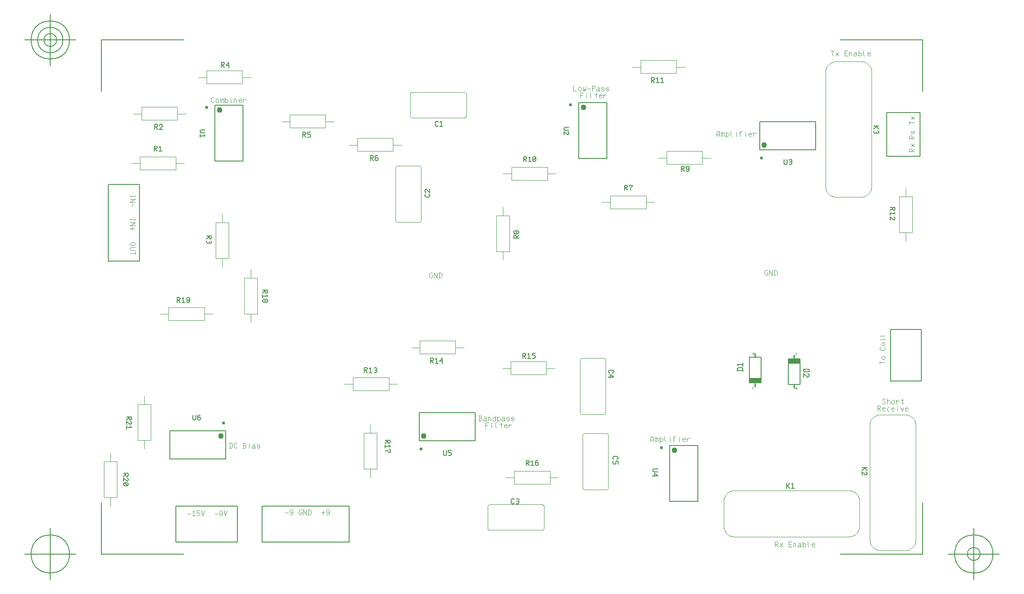
<source format=gbr>
G04 Generated by Ultiboard 11.0 *
%FSLAX25Y25*%
%MOIN*%

%ADD10C,0.00591*%
%ADD11C,0.00612*%
%ADD12C,0.00800*%
%ADD13C,0.00367*%
%ADD14C,0.00157*%
%ADD15C,0.00394*%
%ADD16C,0.00219*%
%ADD17C,0.01000*%
%ADD18C,0.00004*%
%ADD19C,0.00500*%
%ADD20C,0.00394*%
%ADD21C,0.02369*%
%ADD22C,0.04337*%


G04 ColorRGB FFFF00 for the following layer *
%LNSilkscreen Top*%
%LPD*%
%FSLAX25Y25*%
%MOIN*%
G54D10*
X492640Y139861D02*
X492640Y141541D01*
X492640Y141541D02*
X491796Y142381D01*
X491796Y142381D02*
X489265Y142381D01*
X489265Y142381D02*
X488422Y141541D01*
X488422Y141541D02*
X488422Y139861D01*
X488422Y140281D02*
X492640Y140281D01*
X489265Y144060D02*
X488422Y144900D01*
X488422Y144900D02*
X492640Y144900D01*
X492640Y143640D02*
X492640Y146160D01*
X539265Y141580D02*
X539265Y139900D01*
X539265Y139900D02*
X540109Y139060D01*
X540109Y139060D02*
X542640Y139060D01*
X542640Y139060D02*
X543484Y139900D01*
X543484Y139900D02*
X543484Y141580D01*
X543484Y141160D02*
X539265Y141160D01*
X542640Y137801D02*
X543484Y136961D01*
X543484Y136961D02*
X543484Y136121D01*
X543484Y136121D02*
X542640Y135281D01*
X542640Y135281D02*
X542218Y135281D01*
X542218Y135281D02*
X539265Y137801D01*
X539265Y137801D02*
X539265Y135281D01*
X539265Y135281D02*
X539687Y135281D01*
G54D11*
X526392Y49669D02*
X526392Y53606D01*
X526392Y51638D02*
X526784Y51638D01*
X526784Y51638D02*
X528744Y53606D01*
X526784Y51638D02*
X528744Y49669D01*
X530311Y52819D02*
X531095Y53606D01*
X531095Y53606D02*
X531095Y49669D01*
X529920Y49669D02*
X532271Y49669D01*
X258161Y329039D02*
X257377Y328252D01*
X257377Y328252D02*
X256593Y328252D01*
X256593Y328252D02*
X255809Y329039D01*
X255809Y329039D02*
X255809Y331402D01*
X255809Y331402D02*
X256593Y332189D01*
X256593Y332189D02*
X257377Y332189D01*
X257377Y332189D02*
X258161Y331402D01*
X259729Y331402D02*
X260513Y332189D01*
X260513Y332189D02*
X260513Y328252D01*
X259337Y328252D02*
X261689Y328252D01*
X250961Y276161D02*
X251748Y275377D01*
X251748Y275377D02*
X251748Y274593D01*
X251748Y274593D02*
X250961Y273809D01*
X250961Y273809D02*
X248598Y273809D01*
X248598Y273809D02*
X247811Y274593D01*
X247811Y274593D02*
X247811Y275377D01*
X247811Y275377D02*
X248598Y276161D01*
X248598Y277337D02*
X247811Y278121D01*
X247811Y278121D02*
X247811Y278905D01*
X247811Y278905D02*
X248598Y279689D01*
X248598Y279689D02*
X248992Y279689D01*
X248992Y279689D02*
X251748Y277337D01*
X251748Y277337D02*
X251748Y279689D01*
X251748Y279689D02*
X251354Y279689D01*
X389969Y138256D02*
X389181Y139040D01*
X389181Y139040D02*
X389181Y139824D01*
X389181Y139824D02*
X389969Y140608D01*
X389969Y140608D02*
X392331Y140608D01*
X392331Y140608D02*
X393118Y139824D01*
X393118Y139824D02*
X393118Y139040D01*
X393118Y139040D02*
X392331Y138256D01*
X390756Y134729D02*
X390756Y137080D01*
X390756Y137080D02*
X393118Y135121D01*
X393118Y135121D02*
X389181Y135121D01*
X389181Y135513D02*
X389181Y134729D01*
X393386Y71729D02*
X392598Y72513D01*
X392598Y72513D02*
X392598Y73297D01*
X392598Y73297D02*
X393386Y74080D01*
X393386Y74080D02*
X395748Y74080D01*
X395748Y74080D02*
X396535Y73297D01*
X396535Y73297D02*
X396535Y72513D01*
X396535Y72513D02*
X395748Y71729D01*
X396535Y68201D02*
X396535Y70553D01*
X396535Y70553D02*
X394961Y70553D01*
X394961Y70553D02*
X394961Y68985D01*
X394961Y68985D02*
X394173Y68201D01*
X394173Y68201D02*
X393386Y68201D01*
X393386Y68201D02*
X392598Y68985D01*
X392598Y68985D02*
X392598Y70553D01*
X316744Y38457D02*
X315960Y37669D01*
X315960Y37669D02*
X315176Y37669D01*
X315176Y37669D02*
X314392Y38457D01*
X314392Y38457D02*
X314392Y40819D01*
X314392Y40819D02*
X315176Y41606D01*
X315176Y41606D02*
X315960Y41606D01*
X315960Y41606D02*
X316744Y40819D01*
X318311Y41213D02*
X318703Y41606D01*
X318703Y41606D02*
X319487Y41606D01*
X319487Y41606D02*
X320271Y40819D01*
X320271Y40819D02*
X320271Y40031D01*
X320271Y40031D02*
X319879Y39638D01*
X319879Y39638D02*
X320271Y39244D01*
X320271Y39244D02*
X320271Y38457D01*
X320271Y38457D02*
X319487Y37669D01*
X319487Y37669D02*
X318703Y37669D01*
X318703Y37669D02*
X318311Y38063D01*
X318703Y39638D02*
X319879Y39638D01*
X584181Y65608D02*
X588118Y65608D01*
X586150Y65608D02*
X586150Y65216D01*
X586150Y65216D02*
X588118Y63256D01*
X586150Y65216D02*
X584181Y63256D01*
X587331Y62080D02*
X588118Y61297D01*
X588118Y61297D02*
X588118Y60513D01*
X588118Y60513D02*
X587331Y59729D01*
X587331Y59729D02*
X586937Y59729D01*
X586937Y59729D02*
X584181Y62080D01*
X584181Y62080D02*
X584181Y59729D01*
X584181Y59729D02*
X584575Y59729D01*
X593181Y328608D02*
X597118Y328608D01*
X595150Y328608D02*
X595150Y328216D01*
X595150Y328216D02*
X597118Y326256D01*
X595150Y328216D02*
X593181Y326256D01*
X596724Y324689D02*
X597118Y324297D01*
X597118Y324297D02*
X597118Y323513D01*
X597118Y323513D02*
X596331Y322729D01*
X596331Y322729D02*
X595543Y322729D01*
X595543Y322729D02*
X595150Y323121D01*
X595150Y323121D02*
X594756Y322729D01*
X594756Y322729D02*
X593969Y322729D01*
X593969Y322729D02*
X593181Y323513D01*
X593181Y323513D02*
X593181Y324297D01*
X593181Y324297D02*
X593575Y324689D01*
X595150Y324297D02*
X595150Y323121D01*
G54D12*
X262376Y78730D02*
X262376Y75580D01*
X262376Y75580D02*
X263160Y74793D01*
X263160Y74793D02*
X263944Y74793D01*
X263944Y74793D02*
X264728Y75580D01*
X264728Y75580D02*
X264728Y78730D01*
X268255Y78730D02*
X265903Y78730D01*
X265903Y78730D02*
X265903Y77155D01*
X265903Y77155D02*
X267471Y77155D01*
X267471Y77155D02*
X268255Y76368D01*
X268255Y76368D02*
X268255Y75580D01*
X268255Y75580D02*
X267471Y74793D01*
X267471Y74793D02*
X265903Y74793D01*
X252282Y145795D02*
X252282Y149732D01*
X252282Y149732D02*
X253850Y149732D01*
X253850Y149732D02*
X254633Y148945D01*
X254633Y148945D02*
X254633Y148551D01*
X254633Y148551D02*
X253850Y147764D01*
X253850Y147764D02*
X252282Y147764D01*
X252674Y147764D02*
X254633Y145795D01*
X256201Y148945D02*
X256985Y149732D01*
X256985Y149732D02*
X256985Y145795D01*
X255809Y145795D02*
X258161Y145795D01*
X261689Y147370D02*
X259337Y147370D01*
X259337Y147370D02*
X261297Y149732D01*
X261297Y149732D02*
X261297Y145795D01*
X260905Y145795D02*
X261689Y145795D01*
X79795Y243955D02*
X83732Y243955D01*
X83732Y243955D02*
X83732Y242387D01*
X83732Y242387D02*
X82945Y241603D01*
X82945Y241603D02*
X82551Y241603D01*
X82551Y241603D02*
X81764Y242387D01*
X81764Y242387D02*
X81764Y243955D01*
X81764Y243563D02*
X79795Y241603D01*
X83339Y240035D02*
X83732Y239643D01*
X83732Y239643D02*
X83732Y238859D01*
X83732Y238859D02*
X82945Y238075D01*
X82945Y238075D02*
X82157Y238075D01*
X82157Y238075D02*
X81764Y238467D01*
X81764Y238467D02*
X81370Y238075D01*
X81370Y238075D02*
X80583Y238075D01*
X80583Y238075D02*
X79795Y238859D01*
X79795Y238859D02*
X79795Y239643D01*
X79795Y239643D02*
X80189Y240035D01*
X81764Y239643D02*
X81764Y238467D01*
X123055Y202080D02*
X126992Y202080D01*
X126992Y202080D02*
X126992Y200513D01*
X126992Y200513D02*
X126205Y199729D01*
X126205Y199729D02*
X125811Y199729D01*
X125811Y199729D02*
X125024Y200513D01*
X125024Y200513D02*
X125024Y202080D01*
X125024Y201689D02*
X123055Y199729D01*
X126205Y198161D02*
X126992Y197377D01*
X126992Y197377D02*
X123055Y197377D01*
X123055Y198553D02*
X123055Y196201D01*
X123055Y193458D02*
X123055Y194241D01*
X123055Y194241D02*
X123843Y195025D01*
X123843Y195025D02*
X124630Y195025D01*
X124630Y195025D02*
X125024Y194633D01*
X125024Y194633D02*
X125417Y195025D01*
X125417Y195025D02*
X126205Y195025D01*
X126205Y195025D02*
X126992Y194241D01*
X126992Y194241D02*
X126992Y193458D01*
X126992Y193458D02*
X126205Y192674D01*
X126205Y192674D02*
X125417Y192674D01*
X125417Y192674D02*
X125024Y193066D01*
X125024Y193066D02*
X124630Y192674D01*
X124630Y192674D02*
X123843Y192674D01*
X123843Y192674D02*
X123055Y193458D01*
X125024Y194633D02*
X125024Y193066D01*
X18181Y104608D02*
X22118Y104608D01*
X22118Y104608D02*
X22118Y103040D01*
X22118Y103040D02*
X21331Y102256D01*
X21331Y102256D02*
X20937Y102256D01*
X20937Y102256D02*
X20150Y103040D01*
X20150Y103040D02*
X20150Y104608D01*
X20150Y104216D02*
X18181Y102256D01*
X21331Y101080D02*
X22118Y100297D01*
X22118Y100297D02*
X22118Y99513D01*
X22118Y99513D02*
X21331Y98729D01*
X21331Y98729D02*
X20937Y98729D01*
X20937Y98729D02*
X18181Y101080D01*
X18181Y101080D02*
X18181Y98729D01*
X18181Y98729D02*
X18575Y98729D01*
X21331Y97161D02*
X22118Y96377D01*
X22118Y96377D02*
X18181Y96377D01*
X18181Y97553D02*
X18181Y95201D01*
X69353Y105994D02*
X69353Y102845D01*
X69353Y102845D02*
X70137Y102057D01*
X70137Y102057D02*
X70921Y102057D01*
X70921Y102057D02*
X71705Y102845D01*
X71705Y102845D02*
X71705Y105994D01*
X74840Y105994D02*
X73664Y105994D01*
X73664Y105994D02*
X72880Y105207D01*
X72880Y105207D02*
X72880Y103632D01*
X72880Y103632D02*
X72880Y102845D01*
X72880Y102845D02*
X73664Y102057D01*
X73664Y102057D02*
X74448Y102057D01*
X74448Y102057D02*
X75232Y102845D01*
X75232Y102845D02*
X75232Y103632D01*
X75232Y103632D02*
X74448Y104420D01*
X74448Y104420D02*
X73664Y104420D01*
X73664Y104420D02*
X72880Y103632D01*
X15787Y61010D02*
X19724Y61010D01*
X19724Y61010D02*
X19724Y59442D01*
X19724Y59442D02*
X18937Y58658D01*
X18937Y58658D02*
X18543Y58658D01*
X18543Y58658D02*
X17756Y59442D01*
X17756Y59442D02*
X17756Y61010D01*
X17756Y60618D02*
X15787Y58658D01*
X18937Y57482D02*
X19724Y56698D01*
X19724Y56698D02*
X19724Y55914D01*
X19724Y55914D02*
X18937Y55130D01*
X18937Y55130D02*
X18543Y55130D01*
X18543Y55130D02*
X15787Y57482D01*
X15787Y57482D02*
X15787Y55130D01*
X15787Y55130D02*
X16181Y55130D01*
X18937Y53955D02*
X19724Y53171D01*
X19724Y53171D02*
X19724Y52387D01*
X19724Y52387D02*
X18937Y51603D01*
X18937Y51603D02*
X16575Y51603D01*
X16575Y51603D02*
X15787Y52387D01*
X15787Y52387D02*
X15787Y53171D01*
X15787Y53171D02*
X16575Y53955D01*
X16575Y53955D02*
X18937Y53955D01*
X18937Y51603D02*
X16575Y53955D01*
X57392Y192669D02*
X57392Y196606D01*
X57392Y196606D02*
X58960Y196606D01*
X58960Y196606D02*
X59744Y195819D01*
X59744Y195819D02*
X59744Y195425D01*
X59744Y195425D02*
X58960Y194638D01*
X58960Y194638D02*
X57392Y194638D01*
X57784Y194638D02*
X59744Y192669D01*
X61311Y195819D02*
X62095Y196606D01*
X62095Y196606D02*
X62095Y192669D01*
X60920Y192669D02*
X63271Y192669D01*
X64447Y193457D02*
X65231Y192669D01*
X65231Y192669D02*
X66015Y192669D01*
X66015Y192669D02*
X66799Y193457D01*
X66799Y193457D02*
X66799Y195031D01*
X66799Y195031D02*
X66799Y195819D01*
X66799Y195819D02*
X66015Y196606D01*
X66015Y196606D02*
X65231Y196606D01*
X65231Y196606D02*
X64447Y195819D01*
X64447Y195819D02*
X64447Y195031D01*
X64447Y195031D02*
X65231Y194244D01*
X65231Y194244D02*
X66015Y194244D01*
X66015Y194244D02*
X66799Y195031D01*
X201392Y138669D02*
X201392Y142606D01*
X201392Y142606D02*
X202960Y142606D01*
X202960Y142606D02*
X203744Y141819D01*
X203744Y141819D02*
X203744Y141425D01*
X203744Y141425D02*
X202960Y140638D01*
X202960Y140638D02*
X201392Y140638D01*
X201784Y140638D02*
X203744Y138669D01*
X205311Y141819D02*
X206095Y142606D01*
X206095Y142606D02*
X206095Y138669D01*
X204920Y138669D02*
X207271Y138669D01*
X208839Y142213D02*
X209231Y142606D01*
X209231Y142606D02*
X210015Y142606D01*
X210015Y142606D02*
X210799Y141819D01*
X210799Y141819D02*
X210799Y141031D01*
X210799Y141031D02*
X210407Y140638D01*
X210407Y140638D02*
X210799Y140244D01*
X210799Y140244D02*
X210799Y139457D01*
X210799Y139457D02*
X210015Y138669D01*
X210015Y138669D02*
X209231Y138669D01*
X209231Y138669D02*
X208839Y139063D01*
X209231Y140638D02*
X210407Y140638D01*
X217181Y86608D02*
X221118Y86608D01*
X221118Y86608D02*
X221118Y85040D01*
X221118Y85040D02*
X220331Y84256D01*
X220331Y84256D02*
X219937Y84256D01*
X219937Y84256D02*
X219150Y85040D01*
X219150Y85040D02*
X219150Y86608D01*
X219150Y86216D02*
X217181Y84256D01*
X220331Y82689D02*
X221118Y81905D01*
X221118Y81905D02*
X217181Y81905D01*
X217181Y83080D02*
X217181Y80729D01*
X217181Y78377D02*
X219150Y78377D01*
X219150Y78377D02*
X220331Y77201D01*
X220331Y77201D02*
X221118Y77201D01*
X221118Y77201D02*
X221118Y79553D01*
X221118Y79553D02*
X220331Y79553D01*
X91392Y373669D02*
X91392Y377606D01*
X91392Y377606D02*
X92960Y377606D01*
X92960Y377606D02*
X93744Y376819D01*
X93744Y376819D02*
X93744Y376425D01*
X93744Y376425D02*
X92960Y375638D01*
X92960Y375638D02*
X91392Y375638D01*
X91784Y375638D02*
X93744Y373669D01*
X97271Y375244D02*
X94920Y375244D01*
X94920Y375244D02*
X96879Y377606D01*
X96879Y377606D02*
X96879Y373669D01*
X96487Y373669D02*
X97271Y373669D01*
X40045Y325795D02*
X40045Y329732D01*
X40045Y329732D02*
X41613Y329732D01*
X41613Y329732D02*
X42397Y328945D01*
X42397Y328945D02*
X42397Y328551D01*
X42397Y328551D02*
X41613Y327764D01*
X41613Y327764D02*
X40045Y327764D01*
X40437Y327764D02*
X42397Y325795D01*
X43573Y328945D02*
X44357Y329732D01*
X44357Y329732D02*
X45141Y329732D01*
X45141Y329732D02*
X45925Y328945D01*
X45925Y328945D02*
X45925Y328551D01*
X45925Y328551D02*
X43573Y325795D01*
X43573Y325795D02*
X45925Y325795D01*
X45925Y325795D02*
X45925Y326189D01*
X39683Y309055D02*
X39683Y312992D01*
X39683Y312992D02*
X41251Y312992D01*
X41251Y312992D02*
X42035Y312205D01*
X42035Y312205D02*
X42035Y311811D01*
X42035Y311811D02*
X41251Y311024D01*
X41251Y311024D02*
X39683Y311024D01*
X40075Y311024D02*
X42035Y309055D01*
X43603Y312205D02*
X44387Y312992D01*
X44387Y312992D02*
X44387Y309055D01*
X43211Y309055D02*
X45563Y309055D01*
X78730Y325624D02*
X75580Y325624D01*
X75580Y325624D02*
X74793Y324840D01*
X74793Y324840D02*
X74793Y324056D01*
X74793Y324056D02*
X75580Y323272D01*
X75580Y323272D02*
X78730Y323272D01*
X77943Y321705D02*
X78730Y320921D01*
X78730Y320921D02*
X74793Y320921D01*
X74793Y322097D02*
X74793Y319745D01*
X206045Y301795D02*
X206045Y305732D01*
X206045Y305732D02*
X207613Y305732D01*
X207613Y305732D02*
X208397Y304945D01*
X208397Y304945D02*
X208397Y304551D01*
X208397Y304551D02*
X207613Y303764D01*
X207613Y303764D02*
X206045Y303764D01*
X206437Y303764D02*
X208397Y301795D01*
X211533Y305732D02*
X210357Y305732D01*
X210357Y305732D02*
X209573Y304945D01*
X209573Y304945D02*
X209573Y303370D01*
X209573Y303370D02*
X209573Y302583D01*
X209573Y302583D02*
X210357Y301795D01*
X210357Y301795D02*
X211141Y301795D01*
X211141Y301795D02*
X211925Y302583D01*
X211925Y302583D02*
X211925Y303370D01*
X211925Y303370D02*
X211141Y304157D01*
X211141Y304157D02*
X210357Y304157D01*
X210357Y304157D02*
X209573Y303370D01*
X154045Y319795D02*
X154045Y323732D01*
X154045Y323732D02*
X155613Y323732D01*
X155613Y323732D02*
X156397Y322945D01*
X156397Y322945D02*
X156397Y322551D01*
X156397Y322551D02*
X155613Y321764D01*
X155613Y321764D02*
X154045Y321764D01*
X154437Y321764D02*
X156397Y319795D01*
X159925Y323732D02*
X157573Y323732D01*
X157573Y323732D02*
X157573Y322157D01*
X157573Y322157D02*
X159141Y322157D01*
X159141Y322157D02*
X159925Y321370D01*
X159925Y321370D02*
X159925Y320583D01*
X159925Y320583D02*
X159141Y319795D01*
X159141Y319795D02*
X157573Y319795D01*
X320205Y242045D02*
X316268Y242045D01*
X316268Y242045D02*
X316268Y243613D01*
X316268Y243613D02*
X317055Y244397D01*
X317055Y244397D02*
X317449Y244397D01*
X317449Y244397D02*
X318236Y243613D01*
X318236Y243613D02*
X318236Y242045D01*
X318236Y242437D02*
X320205Y244397D01*
X320205Y247141D02*
X320205Y246357D01*
X320205Y246357D02*
X319417Y245573D01*
X319417Y245573D02*
X318630Y245573D01*
X318630Y245573D02*
X318236Y245965D01*
X318236Y245965D02*
X317843Y245573D01*
X317843Y245573D02*
X317055Y245573D01*
X317055Y245573D02*
X316268Y246357D01*
X316268Y246357D02*
X316268Y247141D01*
X316268Y247141D02*
X317055Y247925D01*
X317055Y247925D02*
X317843Y247925D01*
X317843Y247925D02*
X318236Y247533D01*
X318236Y247533D02*
X318630Y247925D01*
X318630Y247925D02*
X319417Y247925D01*
X319417Y247925D02*
X320205Y247141D01*
X318236Y245965D02*
X318236Y247533D01*
X325920Y67055D02*
X325920Y70992D01*
X325920Y70992D02*
X327487Y70992D01*
X327487Y70992D02*
X328271Y70205D01*
X328271Y70205D02*
X328271Y69811D01*
X328271Y69811D02*
X327487Y69024D01*
X327487Y69024D02*
X325920Y69024D01*
X326311Y69024D02*
X328271Y67055D01*
X329839Y70205D02*
X330623Y70992D01*
X330623Y70992D02*
X330623Y67055D01*
X329447Y67055D02*
X331799Y67055D01*
X334934Y70992D02*
X333759Y70992D01*
X333759Y70992D02*
X332975Y70205D01*
X332975Y70205D02*
X332975Y68630D01*
X332975Y68630D02*
X332975Y67843D01*
X332975Y67843D02*
X333759Y67055D01*
X333759Y67055D02*
X334542Y67055D01*
X334542Y67055D02*
X335326Y67843D01*
X335326Y67843D02*
X335326Y68630D01*
X335326Y68630D02*
X334542Y69417D01*
X334542Y69417D02*
X333759Y69417D01*
X333759Y69417D02*
X332975Y68630D01*
X323392Y149669D02*
X323392Y153606D01*
X323392Y153606D02*
X324960Y153606D01*
X324960Y153606D02*
X325744Y152819D01*
X325744Y152819D02*
X325744Y152425D01*
X325744Y152425D02*
X324960Y151638D01*
X324960Y151638D02*
X323392Y151638D01*
X323784Y151638D02*
X325744Y149669D01*
X327311Y152819D02*
X328095Y153606D01*
X328095Y153606D02*
X328095Y149669D01*
X326920Y149669D02*
X329271Y149669D01*
X332799Y153606D02*
X330447Y153606D01*
X330447Y153606D02*
X330447Y152031D01*
X330447Y152031D02*
X332015Y152031D01*
X332015Y152031D02*
X332799Y151244D01*
X332799Y151244D02*
X332799Y150457D01*
X332799Y150457D02*
X332015Y149669D01*
X332015Y149669D02*
X330447Y149669D01*
X427118Y64608D02*
X423969Y64608D01*
X423969Y64608D02*
X423181Y63824D01*
X423181Y63824D02*
X423181Y63040D01*
X423181Y63040D02*
X423969Y62256D01*
X423969Y62256D02*
X427118Y62256D01*
X424756Y58729D02*
X424756Y61080D01*
X424756Y61080D02*
X427118Y59121D01*
X427118Y59121D02*
X423181Y59121D01*
X423181Y59513D02*
X423181Y58729D01*
X358730Y327624D02*
X355580Y327624D01*
X355580Y327624D02*
X354793Y326840D01*
X354793Y326840D02*
X354793Y326056D01*
X354793Y326056D02*
X355580Y325272D01*
X355580Y325272D02*
X358730Y325272D01*
X357943Y324097D02*
X358730Y323313D01*
X358730Y323313D02*
X358730Y322529D01*
X358730Y322529D02*
X357943Y321745D01*
X357943Y321745D02*
X357549Y321745D01*
X357549Y321745D02*
X354793Y324097D01*
X354793Y324097D02*
X354793Y321745D01*
X354793Y321745D02*
X355187Y321745D01*
X401683Y279055D02*
X401683Y282992D01*
X401683Y282992D02*
X403251Y282992D01*
X403251Y282992D02*
X404035Y282205D01*
X404035Y282205D02*
X404035Y281811D01*
X404035Y281811D02*
X403251Y281024D01*
X403251Y281024D02*
X401683Y281024D01*
X402075Y281024D02*
X404035Y279055D01*
X406387Y279055D02*
X406387Y281024D01*
X406387Y281024D02*
X407563Y282205D01*
X407563Y282205D02*
X407563Y282992D01*
X407563Y282992D02*
X405211Y282992D01*
X405211Y282992D02*
X405211Y282205D01*
X323920Y301055D02*
X323920Y304992D01*
X323920Y304992D02*
X325487Y304992D01*
X325487Y304992D02*
X326271Y304205D01*
X326271Y304205D02*
X326271Y303811D01*
X326271Y303811D02*
X325487Y303024D01*
X325487Y303024D02*
X323920Y303024D01*
X324311Y303024D02*
X326271Y301055D01*
X327839Y304205D02*
X328623Y304992D01*
X328623Y304992D02*
X328623Y301055D01*
X327447Y301055D02*
X329799Y301055D01*
X330975Y304205D02*
X331759Y304992D01*
X331759Y304992D02*
X332542Y304992D01*
X332542Y304992D02*
X333326Y304205D01*
X333326Y304205D02*
X333326Y301843D01*
X333326Y301843D02*
X332542Y301055D01*
X332542Y301055D02*
X331759Y301055D01*
X331759Y301055D02*
X330975Y301843D01*
X330975Y301843D02*
X330975Y304205D01*
X333326Y304205D02*
X330975Y301843D01*
X422282Y361795D02*
X422282Y365732D01*
X422282Y365732D02*
X423850Y365732D01*
X423850Y365732D02*
X424633Y364945D01*
X424633Y364945D02*
X424633Y364551D01*
X424633Y364551D02*
X423850Y363764D01*
X423850Y363764D02*
X422282Y363764D01*
X422674Y363764D02*
X424633Y361795D01*
X426201Y364945D02*
X426985Y365732D01*
X426985Y365732D02*
X426985Y361795D01*
X425809Y361795D02*
X428161Y361795D01*
X429729Y364945D02*
X430513Y365732D01*
X430513Y365732D02*
X430513Y361795D01*
X429337Y361795D02*
X431689Y361795D01*
X445392Y293669D02*
X445392Y297606D01*
X445392Y297606D02*
X446960Y297606D01*
X446960Y297606D02*
X447744Y296819D01*
X447744Y296819D02*
X447744Y296425D01*
X447744Y296425D02*
X446960Y295638D01*
X446960Y295638D02*
X445392Y295638D01*
X445784Y295638D02*
X447744Y293669D01*
X448920Y294457D02*
X449703Y293669D01*
X449703Y293669D02*
X450487Y293669D01*
X450487Y293669D02*
X451271Y294457D01*
X451271Y294457D02*
X451271Y296031D01*
X451271Y296031D02*
X451271Y296819D01*
X451271Y296819D02*
X450487Y297606D01*
X450487Y297606D02*
X449703Y297606D01*
X449703Y297606D02*
X448920Y296819D01*
X448920Y296819D02*
X448920Y296031D01*
X448920Y296031D02*
X449703Y295244D01*
X449703Y295244D02*
X450487Y295244D01*
X450487Y295244D02*
X451271Y296031D01*
X605795Y265718D02*
X609732Y265718D01*
X609732Y265718D02*
X609732Y264150D01*
X609732Y264150D02*
X608945Y263367D01*
X608945Y263367D02*
X608551Y263367D01*
X608551Y263367D02*
X607764Y264150D01*
X607764Y264150D02*
X607764Y265718D01*
X607764Y265326D02*
X605795Y263367D01*
X608945Y261799D02*
X609732Y261015D01*
X609732Y261015D02*
X605795Y261015D01*
X605795Y262191D02*
X605795Y259839D01*
X608945Y258663D02*
X609732Y257879D01*
X609732Y257879D02*
X609732Y257095D01*
X609732Y257095D02*
X608945Y256311D01*
X608945Y256311D02*
X608551Y256311D01*
X608551Y256311D02*
X605795Y258663D01*
X605795Y258663D02*
X605795Y256311D01*
X605795Y256311D02*
X606189Y256311D01*
X524376Y302730D02*
X524376Y299580D01*
X524376Y299580D02*
X525160Y298793D01*
X525160Y298793D02*
X525944Y298793D01*
X525944Y298793D02*
X526728Y299580D01*
X526728Y299580D02*
X526728Y302730D01*
X528295Y302336D02*
X528687Y302730D01*
X528687Y302730D02*
X529471Y302730D01*
X529471Y302730D02*
X530255Y301943D01*
X530255Y301943D02*
X530255Y301155D01*
X530255Y301155D02*
X529863Y300762D01*
X529863Y300762D02*
X530255Y300368D01*
X530255Y300368D02*
X530255Y299580D01*
X530255Y299580D02*
X529471Y298793D01*
X529471Y298793D02*
X528687Y298793D01*
X528687Y298793D02*
X528295Y299187D01*
X528687Y300762D02*
X529863Y300762D01*
X497472Y130677D02*
X506528Y130677D01*
X506528Y150362D02*
X497472Y150362D01*
X497472Y150362D02*
X497472Y130677D01*
X506528Y130677D02*
X506528Y150362D01*
X286496Y107776D02*
X243504Y107776D01*
X243504Y86224D02*
X286496Y86224D01*
X243504Y107776D02*
X243504Y86224D01*
X286496Y86224D02*
X286496Y107776D01*
X4331Y283197D02*
X4331Y224142D01*
X28142Y224614D02*
X28142Y283669D01*
X4520Y224614D02*
X28142Y224614D01*
X28142Y283669D02*
X4520Y283669D01*
X189465Y35780D02*
X122535Y35780D01*
X122535Y8220D02*
X189465Y8220D01*
X122535Y35780D02*
X122535Y8220D01*
X189465Y8220D02*
X189465Y35780D01*
X103622Y35780D02*
X56378Y35780D01*
X56378Y8220D02*
X103622Y8220D01*
X56378Y35780D02*
X56378Y8220D01*
X103622Y8220D02*
X103622Y35780D01*
X51504Y72224D02*
X94496Y72224D01*
X94496Y93776D02*
X51504Y93776D01*
X51504Y93776D02*
X51504Y72224D01*
X94496Y72224D02*
X94496Y93776D01*
X86224Y344496D02*
X86224Y301504D01*
X107776Y301504D02*
X107776Y344496D01*
X86224Y301504D02*
X107776Y301504D01*
X107776Y344496D02*
X86224Y344496D01*
X436224Y39504D02*
X457776Y39504D01*
X457776Y82496D02*
X436224Y82496D01*
X436224Y82496D02*
X436224Y39504D01*
X457776Y39504D02*
X457776Y82496D01*
X366224Y303504D02*
X387776Y303504D01*
X387776Y346496D02*
X366224Y346496D01*
X366224Y346496D02*
X366224Y303504D01*
X387776Y303504D02*
X387776Y346496D01*
X606189Y132315D02*
X629811Y132315D01*
X629811Y171685D02*
X606189Y171685D01*
X629811Y132315D02*
X629811Y171685D01*
X606189Y171685D02*
X606189Y132315D01*
X527472Y129638D02*
X536528Y129638D01*
X536528Y149323D02*
X527472Y149323D01*
X527472Y149323D02*
X527472Y129638D01*
X536528Y129638D02*
X536528Y149323D01*
X505504Y331776D02*
X505504Y310224D01*
X548496Y310224D02*
X548496Y331776D01*
X505504Y310224D02*
X548496Y310224D01*
X548496Y331776D02*
X505504Y331776D01*
X603126Y338969D02*
X603126Y305031D01*
X628874Y305031D02*
X628874Y338969D01*
X603126Y305031D02*
X628874Y305031D01*
X628874Y338969D02*
X603126Y338969D01*
G54D13*
X252960Y213638D02*
X253744Y213638D01*
X253744Y213638D02*
X253744Y212457D01*
X253744Y212457D02*
X252960Y211669D01*
X252960Y211669D02*
X252176Y211669D01*
X252176Y211669D02*
X251392Y212457D01*
X251392Y212457D02*
X251392Y214819D01*
X251392Y214819D02*
X252176Y215606D01*
X252176Y215606D02*
X253744Y215606D01*
X254920Y211669D02*
X254920Y215606D01*
X254920Y215606D02*
X257271Y211669D01*
X257271Y211669D02*
X257271Y215606D01*
X258447Y211669D02*
X260015Y211669D01*
X260015Y211669D02*
X260799Y212457D01*
X260799Y212457D02*
X260799Y214819D01*
X260799Y214819D02*
X260015Y215606D01*
X260015Y215606D02*
X258447Y215606D01*
X258839Y215606D02*
X258839Y211669D01*
X21000Y256966D02*
X21000Y256182D01*
X24937Y256966D02*
X24937Y256182D01*
X21000Y256574D02*
X24937Y256574D01*
X21000Y254222D02*
X24937Y254222D01*
X24937Y254222D02*
X21000Y251871D01*
X21000Y251871D02*
X24937Y251871D01*
X22575Y250695D02*
X22575Y248343D01*
X24150Y249519D02*
X21000Y249519D01*
X21787Y238750D02*
X21000Y237966D01*
X21000Y237966D02*
X21000Y237182D01*
X21000Y237182D02*
X21787Y236398D01*
X21787Y236398D02*
X24150Y236398D01*
X24150Y236398D02*
X24937Y237182D01*
X24937Y237182D02*
X24937Y237966D01*
X24937Y237966D02*
X24150Y238750D01*
X24150Y238750D02*
X21787Y238750D01*
X24937Y235222D02*
X21787Y235222D01*
X21787Y235222D02*
X21000Y234438D01*
X21000Y234438D02*
X21000Y233654D01*
X21000Y233654D02*
X21787Y232871D01*
X21787Y232871D02*
X24937Y232871D01*
X21000Y230519D02*
X24937Y230519D01*
X24937Y231695D02*
X24937Y229343D01*
X21000Y274966D02*
X21000Y274182D01*
X24937Y274966D02*
X24937Y274182D01*
X21000Y274574D02*
X24937Y274574D01*
X21000Y272222D02*
X24937Y272222D01*
X24937Y272222D02*
X21000Y269871D01*
X21000Y269871D02*
X24937Y269871D01*
X22575Y268695D02*
X22575Y266343D01*
X152377Y31150D02*
X153161Y31150D01*
X153161Y31150D02*
X153161Y29969D01*
X153161Y29969D02*
X152377Y29181D01*
X152377Y29181D02*
X151593Y29181D01*
X151593Y29181D02*
X150809Y29969D01*
X150809Y29969D02*
X150809Y32331D01*
X150809Y32331D02*
X151593Y33118D01*
X151593Y33118D02*
X153161Y33118D01*
X154337Y29181D02*
X154337Y33118D01*
X154337Y33118D02*
X156689Y29181D01*
X156689Y29181D02*
X156689Y33118D01*
X157864Y29181D02*
X159432Y29181D01*
X159432Y29181D02*
X160216Y29969D01*
X160216Y29969D02*
X160216Y32331D01*
X160216Y32331D02*
X159432Y33118D01*
X159432Y33118D02*
X157864Y33118D01*
X158256Y33118D02*
X158256Y29181D01*
X140337Y30756D02*
X142689Y30756D01*
X143864Y29969D02*
X144648Y29181D01*
X144648Y29181D02*
X145432Y29181D01*
X145432Y29181D02*
X146216Y29969D01*
X146216Y29969D02*
X146216Y31543D01*
X146216Y31543D02*
X146216Y32331D01*
X146216Y32331D02*
X145432Y33118D01*
X145432Y33118D02*
X144648Y33118D01*
X144648Y33118D02*
X143864Y32331D01*
X143864Y32331D02*
X143864Y31543D01*
X143864Y31543D02*
X144648Y30756D01*
X144648Y30756D02*
X145432Y30756D01*
X145432Y30756D02*
X146216Y31543D01*
X168337Y30756D02*
X170689Y30756D01*
X169513Y32331D02*
X169513Y29181D01*
X171864Y29969D02*
X172648Y29181D01*
X172648Y29181D02*
X173432Y29181D01*
X173432Y29181D02*
X174216Y29969D01*
X174216Y29969D02*
X174216Y31543D01*
X174216Y31543D02*
X174216Y32331D01*
X174216Y32331D02*
X173432Y33118D01*
X173432Y33118D02*
X172648Y33118D01*
X172648Y33118D02*
X171864Y32331D01*
X171864Y32331D02*
X171864Y31543D01*
X171864Y31543D02*
X172648Y30756D01*
X172648Y30756D02*
X173432Y30756D01*
X173432Y30756D02*
X174216Y31543D01*
X86101Y30000D02*
X88452Y30000D01*
X89628Y29213D02*
X90412Y28425D01*
X90412Y28425D02*
X91196Y28425D01*
X91196Y28425D02*
X91980Y29213D01*
X91980Y29213D02*
X91980Y30787D01*
X91980Y30787D02*
X91980Y31575D01*
X91980Y31575D02*
X91196Y32362D01*
X91196Y32362D02*
X90412Y32362D01*
X90412Y32362D02*
X89628Y31575D01*
X89628Y31575D02*
X89628Y30787D01*
X89628Y30787D02*
X90412Y30000D01*
X90412Y30000D02*
X91196Y30000D01*
X91196Y30000D02*
X91980Y30787D01*
X93156Y32362D02*
X94332Y28425D01*
X94332Y28425D02*
X95507Y32362D01*
X65337Y30000D02*
X67689Y30000D01*
X69256Y31575D02*
X70040Y32362D01*
X70040Y32362D02*
X70040Y28425D01*
X68864Y28425D02*
X71216Y28425D01*
X74744Y32362D02*
X72392Y32362D01*
X72392Y32362D02*
X72392Y30787D01*
X72392Y30787D02*
X73960Y30787D01*
X73960Y30787D02*
X74744Y30000D01*
X74744Y30000D02*
X74744Y29213D01*
X74744Y29213D02*
X73960Y28425D01*
X73960Y28425D02*
X72392Y28425D01*
X75920Y32362D02*
X77095Y28425D01*
X77095Y28425D02*
X78271Y32362D01*
X97392Y80669D02*
X98960Y80669D01*
X98960Y80669D02*
X99744Y81457D01*
X99744Y81457D02*
X99744Y83819D01*
X99744Y83819D02*
X98960Y84606D01*
X98960Y84606D02*
X97392Y84606D01*
X97784Y84606D02*
X97784Y80669D01*
X103271Y81457D02*
X102487Y80669D01*
X102487Y80669D02*
X101703Y80669D01*
X101703Y80669D02*
X100920Y81457D01*
X100920Y81457D02*
X100920Y83819D01*
X100920Y83819D02*
X101703Y84606D01*
X101703Y84606D02*
X102487Y84606D01*
X102487Y84606D02*
X103271Y83819D01*
X107975Y80669D02*
X109542Y80669D01*
X109542Y80669D02*
X110326Y81457D01*
X110326Y81457D02*
X110326Y81850D01*
X110326Y81850D02*
X109542Y82638D01*
X109542Y82638D02*
X110326Y83425D01*
X110326Y83425D02*
X110326Y83819D01*
X110326Y83819D02*
X109542Y84606D01*
X109542Y84606D02*
X108367Y84606D01*
X108367Y84606D02*
X107975Y84606D01*
X108367Y82638D02*
X109542Y82638D01*
X108367Y84606D02*
X108367Y80669D01*
X112678Y80669D02*
X112678Y83031D01*
X112678Y83819D02*
X112678Y84213D01*
X115422Y83425D02*
X116598Y83425D01*
X116598Y83425D02*
X116990Y83031D01*
X116990Y83031D02*
X116990Y81063D01*
X116990Y81063D02*
X116598Y80669D01*
X116598Y80669D02*
X115422Y80669D01*
X115422Y80669D02*
X115030Y81063D01*
X115030Y81063D02*
X115030Y81850D01*
X115030Y81850D02*
X115422Y82244D01*
X115422Y82244D02*
X116990Y82244D01*
X116990Y81063D02*
X117381Y80669D01*
X118557Y81457D02*
X119341Y80669D01*
X119341Y80669D02*
X120125Y80669D01*
X120125Y80669D02*
X120909Y81457D01*
X120909Y81457D02*
X118557Y82638D01*
X118557Y82638D02*
X119341Y83425D01*
X119341Y83425D02*
X120125Y83425D01*
X120125Y83425D02*
X120909Y82638D01*
X85744Y347457D02*
X84960Y346669D01*
X84960Y346669D02*
X84176Y346669D01*
X84176Y346669D02*
X83392Y347457D01*
X83392Y347457D02*
X83392Y349819D01*
X83392Y349819D02*
X84176Y350606D01*
X84176Y350606D02*
X84960Y350606D01*
X84960Y350606D02*
X85744Y349819D01*
X86920Y347457D02*
X87703Y346669D01*
X87703Y346669D02*
X88487Y346669D01*
X88487Y346669D02*
X89271Y347457D01*
X89271Y347457D02*
X89271Y348638D01*
X89271Y348638D02*
X88487Y349425D01*
X88487Y349425D02*
X87703Y349425D01*
X87703Y349425D02*
X86920Y348638D01*
X86920Y348638D02*
X86920Y347457D01*
X90447Y346669D02*
X90447Y349031D01*
X90447Y349031D02*
X90447Y349425D01*
X90447Y349031D02*
X90839Y349425D01*
X90839Y349425D02*
X91231Y349425D01*
X91231Y349425D02*
X91623Y349031D01*
X91623Y349031D02*
X92015Y349425D01*
X92015Y349425D02*
X92407Y349425D01*
X92407Y349425D02*
X92799Y349031D01*
X92799Y349031D02*
X92799Y346669D01*
X91623Y349031D02*
X91623Y346669D01*
X93975Y347457D02*
X94759Y346669D01*
X94759Y346669D02*
X95542Y346669D01*
X95542Y346669D02*
X96326Y347457D01*
X96326Y347457D02*
X96326Y348244D01*
X96326Y348244D02*
X95542Y349031D01*
X95542Y349031D02*
X94759Y349031D01*
X94759Y349031D02*
X93975Y348244D01*
X93975Y350606D02*
X93975Y346669D01*
X98678Y346669D02*
X98678Y349031D01*
X98678Y349819D02*
X98678Y350213D01*
X101030Y346669D02*
X101030Y349031D01*
X101030Y349031D02*
X101030Y349425D01*
X101030Y349031D02*
X101422Y349425D01*
X101422Y349425D02*
X102206Y349425D01*
X102206Y349425D02*
X102598Y349031D01*
X102598Y349031D02*
X102598Y346669D01*
X106909Y347457D02*
X106125Y346669D01*
X106125Y346669D02*
X105341Y346669D01*
X105341Y346669D02*
X104557Y347457D01*
X104557Y347457D02*
X104557Y348638D01*
X104557Y348638D02*
X105341Y349425D01*
X105341Y349425D02*
X106125Y349425D01*
X106125Y349425D02*
X106909Y348638D01*
X106909Y348638D02*
X106517Y348244D01*
X106517Y348244D02*
X104557Y348244D01*
X108085Y348244D02*
X109261Y349425D01*
X109261Y349425D02*
X109653Y349425D01*
X109653Y349425D02*
X110437Y348638D01*
X108085Y346669D02*
X108085Y349425D01*
X289392Y101669D02*
X290960Y101669D01*
X290960Y101669D02*
X291744Y102457D01*
X291744Y102457D02*
X291744Y102850D01*
X291744Y102850D02*
X290960Y103638D01*
X290960Y103638D02*
X291744Y104425D01*
X291744Y104425D02*
X291744Y104819D01*
X291744Y104819D02*
X290960Y105606D01*
X290960Y105606D02*
X289784Y105606D01*
X289784Y105606D02*
X289392Y105606D01*
X289784Y103638D02*
X290960Y103638D01*
X289784Y105606D02*
X289784Y101669D01*
X293311Y104425D02*
X294487Y104425D01*
X294487Y104425D02*
X294879Y104031D01*
X294879Y104031D02*
X294879Y102063D01*
X294879Y102063D02*
X294487Y101669D01*
X294487Y101669D02*
X293311Y101669D01*
X293311Y101669D02*
X292920Y102063D01*
X292920Y102063D02*
X292920Y102850D01*
X292920Y102850D02*
X293311Y103244D01*
X293311Y103244D02*
X294879Y103244D01*
X294879Y102063D02*
X295271Y101669D01*
X296447Y101669D02*
X296447Y104031D01*
X296447Y104031D02*
X296447Y104425D01*
X296447Y104031D02*
X296839Y104425D01*
X296839Y104425D02*
X297623Y104425D01*
X297623Y104425D02*
X298015Y104031D01*
X298015Y104031D02*
X298015Y101669D01*
X302326Y102457D02*
X301542Y101669D01*
X301542Y101669D02*
X300759Y101669D01*
X300759Y101669D02*
X299975Y102457D01*
X299975Y102457D02*
X299975Y103244D01*
X299975Y103244D02*
X300759Y104031D01*
X300759Y104031D02*
X301542Y104031D01*
X301542Y104031D02*
X302326Y103244D01*
X302326Y105606D02*
X302326Y101669D01*
X303502Y102457D02*
X304286Y101669D01*
X304286Y101669D02*
X305070Y101669D01*
X305070Y101669D02*
X305854Y102457D01*
X305854Y102457D02*
X305854Y103638D01*
X305854Y103638D02*
X305070Y104425D01*
X305070Y104425D02*
X304286Y104425D01*
X304286Y104425D02*
X303502Y103638D01*
X303502Y100488D02*
X303502Y104425D01*
X307422Y104425D02*
X308598Y104425D01*
X308598Y104425D02*
X308990Y104031D01*
X308990Y104031D02*
X308990Y102063D01*
X308990Y102063D02*
X308598Y101669D01*
X308598Y101669D02*
X307422Y101669D01*
X307422Y101669D02*
X307030Y102063D01*
X307030Y102063D02*
X307030Y102850D01*
X307030Y102850D02*
X307422Y103244D01*
X307422Y103244D02*
X308990Y103244D01*
X308990Y102063D02*
X309381Y101669D01*
X310557Y102457D02*
X311341Y101669D01*
X311341Y101669D02*
X312125Y101669D01*
X312125Y101669D02*
X312909Y102457D01*
X312909Y102457D02*
X310557Y103638D01*
X310557Y103638D02*
X311341Y104425D01*
X311341Y104425D02*
X312125Y104425D01*
X312125Y104425D02*
X312909Y103638D01*
X314085Y102457D02*
X314869Y101669D01*
X314869Y101669D02*
X315653Y101669D01*
X315653Y101669D02*
X316437Y102457D01*
X316437Y102457D02*
X314085Y103638D01*
X314085Y103638D02*
X314869Y104425D01*
X314869Y104425D02*
X315653Y104425D01*
X315653Y104425D02*
X316437Y103638D01*
X294683Y96157D02*
X294683Y100094D01*
X294683Y100094D02*
X297035Y100094D01*
X294683Y98126D02*
X296251Y98126D01*
X299387Y96157D02*
X299387Y98520D01*
X299387Y99307D02*
X299387Y99701D01*
X302130Y100094D02*
X302130Y96945D01*
X302130Y96945D02*
X302914Y96157D01*
X307226Y96551D02*
X306834Y96157D01*
X306834Y96157D02*
X306442Y96551D01*
X306442Y96551D02*
X306442Y100094D01*
X305658Y98913D02*
X307226Y98913D01*
X311145Y96945D02*
X310361Y96157D01*
X310361Y96157D02*
X309577Y96157D01*
X309577Y96157D02*
X308794Y96945D01*
X308794Y96945D02*
X308794Y98126D01*
X308794Y98126D02*
X309577Y98913D01*
X309577Y98913D02*
X310361Y98913D01*
X310361Y98913D02*
X311145Y98126D01*
X311145Y98126D02*
X310753Y97732D01*
X310753Y97732D02*
X308794Y97732D01*
X312321Y97732D02*
X313497Y98913D01*
X313497Y98913D02*
X313889Y98913D01*
X313889Y98913D02*
X314673Y98126D01*
X312321Y96157D02*
X312321Y98913D01*
X421392Y85669D02*
X421392Y88031D01*
X421392Y88031D02*
X422176Y89606D01*
X422176Y89606D02*
X422960Y89606D01*
X422960Y89606D02*
X423744Y88031D01*
X423744Y88031D02*
X423744Y85669D01*
X421392Y86850D02*
X423744Y86850D01*
X424920Y85669D02*
X424920Y88031D01*
X424920Y88031D02*
X424920Y88425D01*
X424920Y88031D02*
X425311Y88425D01*
X425311Y88425D02*
X425703Y88425D01*
X425703Y88425D02*
X426095Y88031D01*
X426095Y88031D02*
X426487Y88425D01*
X426487Y88425D02*
X426879Y88425D01*
X426879Y88425D02*
X427271Y88031D01*
X427271Y88031D02*
X427271Y85669D01*
X426095Y88031D02*
X426095Y85669D01*
X428447Y86457D02*
X429231Y85669D01*
X429231Y85669D02*
X430015Y85669D01*
X430015Y85669D02*
X430799Y86457D01*
X430799Y86457D02*
X430799Y87638D01*
X430799Y87638D02*
X430015Y88425D01*
X430015Y88425D02*
X429231Y88425D01*
X429231Y88425D02*
X428447Y87638D01*
X428447Y84488D02*
X428447Y88425D01*
X432367Y89606D02*
X432367Y86457D01*
X432367Y86457D02*
X433150Y85669D01*
X436678Y85669D02*
X436678Y88031D01*
X436678Y88819D02*
X436678Y89213D01*
X439422Y85669D02*
X439422Y89213D01*
X439422Y89213D02*
X439814Y89606D01*
X439814Y89606D02*
X440598Y89606D01*
X440598Y89606D02*
X440990Y89213D01*
X439030Y88031D02*
X439814Y88031D01*
X443733Y85669D02*
X443733Y88031D01*
X443733Y88819D02*
X443733Y89213D01*
X448437Y86457D02*
X447653Y85669D01*
X447653Y85669D02*
X446869Y85669D01*
X446869Y85669D02*
X446085Y86457D01*
X446085Y86457D02*
X446085Y87638D01*
X446085Y87638D02*
X446869Y88425D01*
X446869Y88425D02*
X447653Y88425D01*
X447653Y88425D02*
X448437Y87638D01*
X448437Y87638D02*
X448045Y87244D01*
X448045Y87244D02*
X446085Y87244D01*
X449612Y87244D02*
X450788Y88425D01*
X450788Y88425D02*
X451180Y88425D01*
X451180Y88425D02*
X451964Y87638D01*
X449612Y85669D02*
X449612Y88425D01*
X362392Y359606D02*
X362392Y355669D01*
X362392Y355669D02*
X364744Y355669D01*
X365920Y356457D02*
X366703Y355669D01*
X366703Y355669D02*
X367487Y355669D01*
X367487Y355669D02*
X368271Y356457D01*
X368271Y356457D02*
X368271Y357638D01*
X368271Y357638D02*
X367487Y358425D01*
X367487Y358425D02*
X366703Y358425D01*
X366703Y358425D02*
X365920Y357638D01*
X365920Y357638D02*
X365920Y356457D01*
X369447Y358425D02*
X369839Y355669D01*
X369839Y355669D02*
X370623Y356850D01*
X370623Y356850D02*
X371407Y355669D01*
X371407Y355669D02*
X371799Y358425D01*
X372975Y357244D02*
X375326Y357244D01*
X376502Y355669D02*
X376502Y359606D01*
X376502Y359606D02*
X378070Y359606D01*
X378070Y359606D02*
X378854Y358819D01*
X378854Y358819D02*
X378854Y358425D01*
X378854Y358425D02*
X378070Y357638D01*
X378070Y357638D02*
X376502Y357638D01*
X380422Y358425D02*
X381598Y358425D01*
X381598Y358425D02*
X381990Y358031D01*
X381990Y358031D02*
X381990Y356063D01*
X381990Y356063D02*
X381598Y355669D01*
X381598Y355669D02*
X380422Y355669D01*
X380422Y355669D02*
X380030Y356063D01*
X380030Y356063D02*
X380030Y356850D01*
X380030Y356850D02*
X380422Y357244D01*
X380422Y357244D02*
X381990Y357244D01*
X381990Y356063D02*
X382381Y355669D01*
X383557Y356457D02*
X384341Y355669D01*
X384341Y355669D02*
X385125Y355669D01*
X385125Y355669D02*
X385909Y356457D01*
X385909Y356457D02*
X383557Y357638D01*
X383557Y357638D02*
X384341Y358425D01*
X384341Y358425D02*
X385125Y358425D01*
X385125Y358425D02*
X385909Y357638D01*
X387085Y356457D02*
X387869Y355669D01*
X387869Y355669D02*
X388653Y355669D01*
X388653Y355669D02*
X389437Y356457D01*
X389437Y356457D02*
X387085Y357638D01*
X387085Y357638D02*
X387869Y358425D01*
X387869Y358425D02*
X388653Y358425D01*
X388653Y358425D02*
X389437Y357638D01*
X367683Y350157D02*
X367683Y354094D01*
X367683Y354094D02*
X370035Y354094D01*
X367683Y352126D02*
X369251Y352126D01*
X372387Y350157D02*
X372387Y352520D01*
X372387Y353307D02*
X372387Y353701D01*
X375130Y354094D02*
X375130Y350945D01*
X375130Y350945D02*
X375914Y350157D01*
X380226Y350551D02*
X379834Y350157D01*
X379834Y350157D02*
X379442Y350551D01*
X379442Y350551D02*
X379442Y354094D01*
X378658Y352913D02*
X380226Y352913D01*
X384145Y350945D02*
X383361Y350157D01*
X383361Y350157D02*
X382577Y350157D01*
X382577Y350157D02*
X381794Y350945D01*
X381794Y350945D02*
X381794Y352126D01*
X381794Y352126D02*
X382577Y352913D01*
X382577Y352913D02*
X383361Y352913D01*
X383361Y352913D02*
X384145Y352126D01*
X384145Y352126D02*
X383753Y351732D01*
X383753Y351732D02*
X381794Y351732D01*
X385321Y351732D02*
X386497Y352913D01*
X386497Y352913D02*
X386889Y352913D01*
X386889Y352913D02*
X387673Y352126D01*
X385321Y350157D02*
X385321Y352913D01*
X472392Y320669D02*
X472392Y323031D01*
X472392Y323031D02*
X473176Y324606D01*
X473176Y324606D02*
X473960Y324606D01*
X473960Y324606D02*
X474744Y323031D01*
X474744Y323031D02*
X474744Y320669D01*
X472392Y321850D02*
X474744Y321850D01*
X475920Y320669D02*
X475920Y323031D01*
X475920Y323031D02*
X475920Y323425D01*
X475920Y323031D02*
X476311Y323425D01*
X476311Y323425D02*
X476703Y323425D01*
X476703Y323425D02*
X477095Y323031D01*
X477095Y323031D02*
X477487Y323425D01*
X477487Y323425D02*
X477879Y323425D01*
X477879Y323425D02*
X478271Y323031D01*
X478271Y323031D02*
X478271Y320669D01*
X477095Y323031D02*
X477095Y320669D01*
X479447Y321457D02*
X480231Y320669D01*
X480231Y320669D02*
X481015Y320669D01*
X481015Y320669D02*
X481799Y321457D01*
X481799Y321457D02*
X481799Y322638D01*
X481799Y322638D02*
X481015Y323425D01*
X481015Y323425D02*
X480231Y323425D01*
X480231Y323425D02*
X479447Y322638D01*
X479447Y319488D02*
X479447Y323425D01*
X483367Y324606D02*
X483367Y321457D01*
X483367Y321457D02*
X484150Y320669D01*
X487678Y320669D02*
X487678Y323031D01*
X487678Y323819D02*
X487678Y324213D01*
X490422Y320669D02*
X490422Y324213D01*
X490422Y324213D02*
X490814Y324606D01*
X490814Y324606D02*
X491598Y324606D01*
X491598Y324606D02*
X491990Y324213D01*
X490030Y323031D02*
X490814Y323031D01*
X494733Y320669D02*
X494733Y323031D01*
X494733Y323819D02*
X494733Y324213D01*
X499437Y321457D02*
X498653Y320669D01*
X498653Y320669D02*
X497869Y320669D01*
X497869Y320669D02*
X497085Y321457D01*
X497085Y321457D02*
X497085Y322638D01*
X497085Y322638D02*
X497869Y323425D01*
X497869Y323425D02*
X498653Y323425D01*
X498653Y323425D02*
X499437Y322638D01*
X499437Y322638D02*
X499045Y322244D01*
X499045Y322244D02*
X497085Y322244D01*
X500612Y322244D02*
X501788Y323425D01*
X501788Y323425D02*
X502180Y323425D01*
X502180Y323425D02*
X502964Y322638D01*
X500612Y320669D02*
X500612Y323425D01*
X517392Y4669D02*
X517392Y8606D01*
X517392Y8606D02*
X518960Y8606D01*
X518960Y8606D02*
X519744Y7819D01*
X519744Y7819D02*
X519744Y7425D01*
X519744Y7425D02*
X518960Y6638D01*
X518960Y6638D02*
X517392Y6638D01*
X517784Y6638D02*
X519744Y4669D01*
X520920Y4669D02*
X523271Y7425D01*
X520920Y7425D02*
X523271Y4669D01*
X530326Y4669D02*
X527975Y4669D01*
X527975Y4669D02*
X527975Y6638D01*
X527975Y6638D02*
X527975Y8606D01*
X527975Y8606D02*
X530326Y8606D01*
X527975Y6638D02*
X529542Y6638D01*
X531502Y4669D02*
X531502Y7031D01*
X531502Y7031D02*
X531502Y7425D01*
X531502Y7031D02*
X531894Y7425D01*
X531894Y7425D02*
X532678Y7425D01*
X532678Y7425D02*
X533070Y7031D01*
X533070Y7031D02*
X533070Y4669D01*
X535422Y7425D02*
X536598Y7425D01*
X536598Y7425D02*
X536990Y7031D01*
X536990Y7031D02*
X536990Y5063D01*
X536990Y5063D02*
X536598Y4669D01*
X536598Y4669D02*
X535422Y4669D01*
X535422Y4669D02*
X535030Y5063D01*
X535030Y5063D02*
X535030Y5850D01*
X535030Y5850D02*
X535422Y6244D01*
X535422Y6244D02*
X536990Y6244D01*
X536990Y5063D02*
X537381Y4669D01*
X538557Y5457D02*
X539341Y4669D01*
X539341Y4669D02*
X540125Y4669D01*
X540125Y4669D02*
X540909Y5457D01*
X540909Y5457D02*
X540909Y6244D01*
X540909Y6244D02*
X540125Y7031D01*
X540125Y7031D02*
X539341Y7031D01*
X539341Y7031D02*
X538557Y6244D01*
X538557Y8606D02*
X538557Y4669D01*
X542477Y8606D02*
X542477Y5457D01*
X542477Y5457D02*
X543261Y4669D01*
X547964Y5457D02*
X547180Y4669D01*
X547180Y4669D02*
X546396Y4669D01*
X546396Y4669D02*
X545612Y5457D01*
X545612Y5457D02*
X545612Y6638D01*
X545612Y6638D02*
X546396Y7425D01*
X546396Y7425D02*
X547180Y7425D01*
X547180Y7425D02*
X547964Y6638D01*
X547964Y6638D02*
X547572Y6244D01*
X547572Y6244D02*
X545612Y6244D01*
X599920Y115457D02*
X600703Y114669D01*
X600703Y114669D02*
X601487Y114669D01*
X601487Y114669D02*
X602271Y115457D01*
X602271Y115457D02*
X599920Y117819D01*
X599920Y117819D02*
X600703Y118606D01*
X600703Y118606D02*
X601487Y118606D01*
X601487Y118606D02*
X602271Y117819D01*
X603447Y116638D02*
X604231Y117425D01*
X604231Y117425D02*
X605015Y117425D01*
X605015Y117425D02*
X605799Y116638D01*
X605799Y116638D02*
X605799Y114669D01*
X603447Y118606D02*
X603447Y114669D01*
X606975Y115457D02*
X607759Y114669D01*
X607759Y114669D02*
X608542Y114669D01*
X608542Y114669D02*
X609326Y115457D01*
X609326Y115457D02*
X609326Y116638D01*
X609326Y116638D02*
X608542Y117425D01*
X608542Y117425D02*
X607759Y117425D01*
X607759Y117425D02*
X606975Y116638D01*
X606975Y116638D02*
X606975Y115457D01*
X610502Y116244D02*
X611678Y117425D01*
X611678Y117425D02*
X612070Y117425D01*
X612070Y117425D02*
X612854Y116638D01*
X610502Y114669D02*
X610502Y117425D01*
X615990Y115063D02*
X615598Y114669D01*
X615598Y114669D02*
X615206Y115063D01*
X615206Y115063D02*
X615206Y118606D01*
X614422Y117425D02*
X615990Y117425D01*
X596392Y109157D02*
X596392Y113094D01*
X596392Y113094D02*
X597960Y113094D01*
X597960Y113094D02*
X598744Y112307D01*
X598744Y112307D02*
X598744Y111913D01*
X598744Y111913D02*
X597960Y111126D01*
X597960Y111126D02*
X596392Y111126D01*
X596784Y111126D02*
X598744Y109157D01*
X602271Y109945D02*
X601487Y109157D01*
X601487Y109157D02*
X600703Y109157D01*
X600703Y109157D02*
X599920Y109945D01*
X599920Y109945D02*
X599920Y111126D01*
X599920Y111126D02*
X600703Y111913D01*
X600703Y111913D02*
X601487Y111913D01*
X601487Y111913D02*
X602271Y111126D01*
X602271Y111126D02*
X601879Y110732D01*
X601879Y110732D02*
X599920Y110732D01*
X605407Y109551D02*
X605015Y109157D01*
X605015Y109157D02*
X604231Y109157D01*
X604231Y109157D02*
X603447Y109945D01*
X603447Y109945D02*
X603447Y111126D01*
X603447Y111126D02*
X604231Y111913D01*
X604231Y111913D02*
X605015Y111913D01*
X605015Y111913D02*
X605407Y111520D01*
X609326Y109945D02*
X608542Y109157D01*
X608542Y109157D02*
X607759Y109157D01*
X607759Y109157D02*
X606975Y109945D01*
X606975Y109945D02*
X606975Y111126D01*
X606975Y111126D02*
X607759Y111913D01*
X607759Y111913D02*
X608542Y111913D01*
X608542Y111913D02*
X609326Y111126D01*
X609326Y111126D02*
X608934Y110732D01*
X608934Y110732D02*
X606975Y110732D01*
X611678Y109157D02*
X611678Y111520D01*
X611678Y112307D02*
X611678Y112701D01*
X614030Y111913D02*
X615206Y109157D01*
X615206Y109157D02*
X616381Y111913D01*
X619909Y109945D02*
X619125Y109157D01*
X619125Y109157D02*
X618341Y109157D01*
X618341Y109157D02*
X617557Y109945D01*
X617557Y109945D02*
X617557Y111126D01*
X617557Y111126D02*
X618341Y111913D01*
X618341Y111913D02*
X619125Y111913D01*
X619125Y111913D02*
X619909Y111126D01*
X619909Y111126D02*
X619517Y110732D01*
X619517Y110732D02*
X617557Y110732D01*
X510960Y215638D02*
X511744Y215638D01*
X511744Y215638D02*
X511744Y214457D01*
X511744Y214457D02*
X510960Y213669D01*
X510960Y213669D02*
X510176Y213669D01*
X510176Y213669D02*
X509392Y214457D01*
X509392Y214457D02*
X509392Y216819D01*
X509392Y216819D02*
X510176Y217606D01*
X510176Y217606D02*
X511744Y217606D01*
X512920Y213669D02*
X512920Y217606D01*
X512920Y217606D02*
X515271Y213669D01*
X515271Y213669D02*
X515271Y217606D01*
X516447Y213669D02*
X518015Y213669D01*
X518015Y213669D02*
X518799Y214457D01*
X518799Y214457D02*
X518799Y216819D01*
X518799Y216819D02*
X518015Y217606D01*
X518015Y217606D02*
X516447Y217606D01*
X516839Y217606D02*
X516839Y213669D01*
X624575Y308864D02*
X620638Y308864D01*
X620638Y308864D02*
X620638Y310432D01*
X620638Y310432D02*
X621425Y311216D01*
X621425Y311216D02*
X621819Y311216D01*
X621819Y311216D02*
X622606Y310432D01*
X622606Y310432D02*
X622606Y308864D01*
X622606Y309256D02*
X624575Y311216D01*
X624575Y312392D02*
X621819Y314744D01*
X621819Y312392D02*
X624575Y314744D01*
X624575Y331040D02*
X620638Y331040D01*
X620638Y329864D02*
X620638Y332216D01*
X624575Y333392D02*
X621819Y335744D01*
X621819Y333392D02*
X624575Y335744D01*
X624575Y318864D02*
X620638Y318864D01*
X620638Y318864D02*
X620638Y320432D01*
X620638Y320432D02*
X621425Y321216D01*
X621425Y321216D02*
X621819Y321216D01*
X621819Y321216D02*
X622606Y320432D01*
X622606Y320432D02*
X622606Y318864D01*
X622606Y319256D02*
X624575Y321216D01*
X623787Y322392D02*
X624575Y323176D01*
X624575Y323176D02*
X624575Y323960D01*
X624575Y323960D02*
X623787Y324744D01*
X623787Y324744D02*
X622606Y322392D01*
X622606Y322392D02*
X621819Y323176D01*
X621819Y323176D02*
X621819Y323960D01*
X621819Y323960D02*
X622606Y324744D01*
X561450Y382551D02*
X561450Y386488D01*
X560274Y386488D02*
X562626Y386488D01*
X563801Y382551D02*
X566153Y385307D01*
X563801Y385307D02*
X566153Y382551D01*
X573208Y382551D02*
X570857Y382551D01*
X570857Y382551D02*
X570857Y384520D01*
X570857Y384520D02*
X570857Y386488D01*
X570857Y386488D02*
X573208Y386488D01*
X570857Y384520D02*
X572424Y384520D01*
X574384Y382551D02*
X574384Y384913D01*
X574384Y384913D02*
X574384Y385307D01*
X574384Y384913D02*
X574776Y385307D01*
X574776Y385307D02*
X575560Y385307D01*
X575560Y385307D02*
X575952Y384913D01*
X575952Y384913D02*
X575952Y382551D01*
X578304Y385307D02*
X579479Y385307D01*
X579479Y385307D02*
X579871Y384913D01*
X579871Y384913D02*
X579871Y382945D01*
X579871Y382945D02*
X579479Y382551D01*
X579479Y382551D02*
X578304Y382551D01*
X578304Y382551D02*
X577912Y382945D01*
X577912Y382945D02*
X577912Y383732D01*
X577912Y383732D02*
X578304Y384126D01*
X578304Y384126D02*
X579871Y384126D01*
X579871Y382945D02*
X580263Y382551D01*
X581439Y383339D02*
X582223Y382551D01*
X582223Y382551D02*
X583007Y382551D01*
X583007Y382551D02*
X583791Y383339D01*
X583791Y383339D02*
X583791Y384126D01*
X583791Y384126D02*
X583007Y384913D01*
X583007Y384913D02*
X582223Y384913D01*
X582223Y384913D02*
X581439Y384126D01*
X581439Y386488D02*
X581439Y382551D01*
X585359Y386488D02*
X585359Y383339D01*
X585359Y383339D02*
X586143Y382551D01*
X590846Y383339D02*
X590062Y382551D01*
X590062Y382551D02*
X589278Y382551D01*
X589278Y382551D02*
X588494Y383339D01*
X588494Y383339D02*
X588494Y384520D01*
X588494Y384520D02*
X589278Y385307D01*
X589278Y385307D02*
X590062Y385307D01*
X590062Y385307D02*
X590846Y384520D01*
X590846Y384520D02*
X590454Y384126D01*
X590454Y384126D02*
X588494Y384126D01*
G54D14*
X601921Y146465D02*
X597984Y146465D01*
X597984Y145290D02*
X597984Y147641D01*
X601134Y148817D02*
X601921Y149601D01*
X601921Y149601D02*
X601921Y150385D01*
X601921Y150385D02*
X601134Y151169D01*
X601134Y151169D02*
X599953Y151169D01*
X599953Y151169D02*
X599165Y150385D01*
X599165Y150385D02*
X599165Y149601D01*
X599165Y149601D02*
X599953Y148817D01*
X599953Y148817D02*
X601134Y148817D01*
X601134Y158224D02*
X601921Y157440D01*
X601921Y157440D02*
X601921Y156656D01*
X601921Y156656D02*
X601134Y155872D01*
X601134Y155872D02*
X598772Y155872D01*
X598772Y155872D02*
X597984Y156656D01*
X597984Y156656D02*
X597984Y157440D01*
X597984Y157440D02*
X598772Y158224D01*
X601134Y159400D02*
X601921Y160184D01*
X601921Y160184D02*
X601921Y160968D01*
X601921Y160968D02*
X601134Y161752D01*
X601134Y161752D02*
X599953Y161752D01*
X599953Y161752D02*
X599165Y160968D01*
X599165Y160968D02*
X599165Y160184D01*
X599165Y160184D02*
X599953Y159400D01*
X599953Y159400D02*
X601134Y159400D01*
X601921Y164103D02*
X599559Y164103D01*
X598772Y164103D02*
X598378Y164103D01*
X597984Y166847D02*
X601134Y166847D01*
X601134Y166847D02*
X601921Y167631D01*
G54D15*
G36*
X497531Y131067D02*
X497531Y134217D01*
X506748Y134217D01*
X506748Y131067D01*
X497531Y131067D01*
G37*
G36*
X497728Y130870D02*
X497728Y134414D01*
X506551Y134414D01*
X506551Y130870D01*
X497728Y130870D01*
G37*
X278252Y334945D02*
X278498Y334964D01*
X278498Y334964D02*
X278739Y335022D01*
X278739Y335022D02*
X278967Y335117D01*
X278967Y335117D02*
X279178Y335246D01*
X279178Y335246D02*
X279366Y335406D01*
X279366Y335406D02*
X279526Y335594D01*
X279526Y335594D02*
X279655Y335805D01*
X279655Y335805D02*
X279750Y336033D01*
X279750Y336033D02*
X279807Y336273D01*
X279807Y336273D02*
X279827Y336520D01*
X279827Y336520D02*
X279827Y353055D01*
X279827Y353055D02*
X279807Y353301D01*
X279807Y353301D02*
X279750Y353542D01*
X279750Y353542D02*
X279655Y353770D01*
X279655Y353770D02*
X279526Y353981D01*
X279526Y353981D02*
X279366Y354169D01*
X279366Y354169D02*
X279178Y354329D01*
X279178Y354329D02*
X278967Y354458D01*
X278967Y354458D02*
X278739Y354553D01*
X278739Y354553D02*
X278498Y354611D01*
X278498Y354611D02*
X278252Y354630D01*
X278252Y354630D02*
X238094Y354630D01*
X238094Y354630D02*
X237848Y354611D01*
X237848Y354611D02*
X237608Y354553D01*
X237608Y354553D02*
X237380Y354458D01*
X237380Y354458D02*
X237169Y354329D01*
X237169Y354329D02*
X236981Y354169D01*
X236981Y354169D02*
X236820Y353981D01*
X236820Y353981D02*
X236691Y353770D01*
X236691Y353770D02*
X236597Y353542D01*
X236597Y353542D02*
X236539Y353301D01*
X236539Y353301D02*
X236520Y353055D01*
X236520Y353055D02*
X236520Y336520D01*
X236520Y336520D02*
X236539Y336273D01*
X236539Y336273D02*
X236597Y336033D01*
X236597Y336033D02*
X236691Y335805D01*
X236691Y335805D02*
X236820Y335594D01*
X236820Y335594D02*
X236981Y335406D01*
X236981Y335406D02*
X237169Y335246D01*
X237169Y335246D02*
X237380Y335117D01*
X237380Y335117D02*
X237608Y335022D01*
X237608Y335022D02*
X237848Y334964D01*
X237848Y334964D02*
X238094Y334945D01*
X238094Y334945D02*
X278252Y334945D01*
X243480Y254520D02*
X243727Y254539D01*
X243727Y254539D02*
X243967Y254597D01*
X243967Y254597D02*
X244195Y254691D01*
X244195Y254691D02*
X244406Y254820D01*
X244406Y254820D02*
X244594Y254981D01*
X244594Y254981D02*
X244754Y255169D01*
X244754Y255169D02*
X244883Y255380D01*
X244883Y255380D02*
X244978Y255608D01*
X244978Y255608D02*
X245036Y255848D01*
X245036Y255848D02*
X245055Y256094D01*
X245055Y256094D02*
X245055Y296252D01*
X245055Y296252D02*
X245036Y296498D01*
X245036Y296498D02*
X244978Y296739D01*
X244978Y296739D02*
X244883Y296967D01*
X244883Y296967D02*
X244754Y297178D01*
X244754Y297178D02*
X244594Y297366D01*
X244594Y297366D02*
X244406Y297526D01*
X244406Y297526D02*
X244195Y297655D01*
X244195Y297655D02*
X243967Y297750D01*
X243967Y297750D02*
X243727Y297807D01*
X243727Y297807D02*
X243480Y297827D01*
X243480Y297827D02*
X226945Y297827D01*
X226945Y297827D02*
X226699Y297807D01*
X226699Y297807D02*
X226458Y297750D01*
X226458Y297750D02*
X226230Y297655D01*
X226230Y297655D02*
X226019Y297526D01*
X226019Y297526D02*
X225831Y297366D01*
X225831Y297366D02*
X225671Y297178D01*
X225671Y297178D02*
X225542Y296967D01*
X225542Y296967D02*
X225447Y296739D01*
X225447Y296739D02*
X225389Y296498D01*
X225389Y296498D02*
X225370Y296252D01*
X225370Y296252D02*
X225370Y256094D01*
X225370Y256094D02*
X225389Y255848D01*
X225389Y255848D02*
X225447Y255608D01*
X225447Y255608D02*
X225542Y255380D01*
X225542Y255380D02*
X225671Y255169D01*
X225671Y255169D02*
X225831Y254981D01*
X225831Y254981D02*
X226019Y254820D01*
X226019Y254820D02*
X226230Y254691D01*
X226230Y254691D02*
X226458Y254597D01*
X226458Y254597D02*
X226699Y254539D01*
X226699Y254539D02*
X226945Y254520D01*
X226945Y254520D02*
X243480Y254520D01*
X243811Y163079D02*
X243811Y153039D01*
X243811Y153039D02*
X271370Y153039D01*
X271370Y153039D02*
X271370Y163079D01*
X271370Y163079D02*
X243811Y163079D01*
X237512Y158000D02*
X243811Y158000D01*
X271370Y158000D02*
X278063Y158000D01*
X97079Y254189D02*
X87039Y254189D01*
X87039Y254189D02*
X87039Y226630D01*
X87039Y226630D02*
X97079Y226630D01*
X97079Y226630D02*
X97079Y254189D01*
X92000Y226630D02*
X92000Y219937D01*
X92000Y260488D02*
X92000Y254189D01*
X108921Y183811D02*
X118961Y183811D01*
X118961Y183811D02*
X118961Y211370D01*
X118961Y211370D02*
X108921Y211370D01*
X108921Y211370D02*
X108921Y183811D01*
X114000Y177512D02*
X114000Y183811D01*
X114000Y211370D02*
X114000Y218063D01*
X37079Y114189D02*
X27039Y114189D01*
X27039Y114189D02*
X27039Y86630D01*
X27039Y86630D02*
X37079Y86630D01*
X37079Y86630D02*
X37079Y114189D01*
X32000Y86630D02*
X32000Y79937D01*
X32000Y120488D02*
X32000Y114189D01*
X11079Y70189D02*
X1039Y70189D01*
X1039Y70189D02*
X1039Y42630D01*
X1039Y42630D02*
X11079Y42630D01*
X11079Y42630D02*
X11079Y70189D01*
X6000Y42630D02*
X6000Y35937D01*
X6000Y76488D02*
X6000Y70189D01*
X78189Y178921D02*
X78189Y188961D01*
X78189Y188961D02*
X50630Y188961D01*
X50630Y188961D02*
X50630Y178921D01*
X50630Y178921D02*
X78189Y178921D01*
X50630Y184000D02*
X43937Y184000D01*
X84488Y184000D02*
X78189Y184000D01*
X220189Y124921D02*
X220189Y134961D01*
X220189Y134961D02*
X192630Y134961D01*
X192630Y134961D02*
X192630Y124921D01*
X192630Y124921D02*
X220189Y124921D01*
X192630Y130000D02*
X185937Y130000D01*
X226488Y130000D02*
X220189Y130000D01*
X206000Y64630D02*
X206000Y57937D01*
X206000Y98488D02*
X206000Y92189D01*
X211079Y92189D02*
X201039Y92189D01*
X201039Y92189D02*
X201039Y64630D01*
X201039Y64630D02*
X211079Y64630D01*
X211079Y64630D02*
X211079Y92189D01*
X79811Y371079D02*
X79811Y361039D01*
X79811Y361039D02*
X107370Y361039D01*
X107370Y361039D02*
X107370Y371079D01*
X107370Y371079D02*
X79811Y371079D01*
X73512Y366000D02*
X79811Y366000D01*
X107370Y366000D02*
X114063Y366000D01*
X57370Y338000D02*
X64063Y338000D01*
X29811Y343079D02*
X29811Y333039D01*
X29811Y333039D02*
X57370Y333039D01*
X57370Y333039D02*
X57370Y343079D01*
X57370Y343079D02*
X29811Y343079D01*
X23512Y338000D02*
X29811Y338000D01*
X56189Y294921D02*
X56189Y304961D01*
X56189Y304961D02*
X28630Y304961D01*
X28630Y304961D02*
X28630Y294921D01*
X28630Y294921D02*
X56189Y294921D01*
X28630Y300000D02*
X21937Y300000D01*
X62488Y300000D02*
X56189Y300000D01*
X195811Y319079D02*
X195811Y309039D01*
X195811Y309039D02*
X223370Y309039D01*
X223370Y309039D02*
X223370Y319079D01*
X223370Y319079D02*
X195811Y319079D01*
X189512Y314000D02*
X195811Y314000D01*
X223370Y314000D02*
X230063Y314000D01*
X143811Y337079D02*
X143811Y327039D01*
X143811Y327039D02*
X171370Y327039D01*
X171370Y327039D02*
X171370Y337079D01*
X171370Y337079D02*
X143811Y337079D01*
X137512Y332000D02*
X143811Y332000D01*
X171370Y332000D02*
X178063Y332000D01*
X302921Y231811D02*
X312961Y231811D01*
X312961Y231811D02*
X312961Y259370D01*
X312961Y259370D02*
X302921Y259370D01*
X302921Y259370D02*
X302921Y231811D01*
X308000Y225512D02*
X308000Y231811D01*
X308000Y259370D02*
X308000Y266063D01*
X385480Y106520D02*
X385727Y106539D01*
X385727Y106539D02*
X385967Y106597D01*
X385967Y106597D02*
X386195Y106691D01*
X386195Y106691D02*
X386406Y106820D01*
X386406Y106820D02*
X386594Y106981D01*
X386594Y106981D02*
X386754Y107169D01*
X386754Y107169D02*
X386883Y107380D01*
X386883Y107380D02*
X386978Y107608D01*
X386978Y107608D02*
X387036Y107848D01*
X387036Y107848D02*
X387055Y108094D01*
X387055Y108094D02*
X387055Y148252D01*
X387055Y148252D02*
X387036Y148498D01*
X387036Y148498D02*
X386978Y148739D01*
X386978Y148739D02*
X386883Y148967D01*
X386883Y148967D02*
X386754Y149178D01*
X386754Y149178D02*
X386594Y149366D01*
X386594Y149366D02*
X386406Y149526D01*
X386406Y149526D02*
X386195Y149655D01*
X386195Y149655D02*
X385967Y149750D01*
X385967Y149750D02*
X385727Y149807D01*
X385727Y149807D02*
X385480Y149827D01*
X385480Y149827D02*
X368945Y149827D01*
X368945Y149827D02*
X368699Y149807D01*
X368699Y149807D02*
X368458Y149750D01*
X368458Y149750D02*
X368230Y149655D01*
X368230Y149655D02*
X368019Y149526D01*
X368019Y149526D02*
X367831Y149366D01*
X367831Y149366D02*
X367671Y149178D01*
X367671Y149178D02*
X367542Y148967D01*
X367542Y148967D02*
X367447Y148739D01*
X367447Y148739D02*
X367389Y148498D01*
X367389Y148498D02*
X367370Y148252D01*
X367370Y148252D02*
X367370Y108094D01*
X367370Y108094D02*
X367389Y107848D01*
X367389Y107848D02*
X367447Y107608D01*
X367447Y107608D02*
X367542Y107380D01*
X367542Y107380D02*
X367671Y107169D01*
X367671Y107169D02*
X367831Y106981D01*
X367831Y106981D02*
X368019Y106820D01*
X368019Y106820D02*
X368230Y106691D01*
X368230Y106691D02*
X368458Y106597D01*
X368458Y106597D02*
X368699Y106539D01*
X368699Y106539D02*
X368945Y106520D01*
X368945Y106520D02*
X385480Y106520D01*
X387480Y48520D02*
X387727Y48539D01*
X387727Y48539D02*
X387967Y48597D01*
X387967Y48597D02*
X388195Y48691D01*
X388195Y48691D02*
X388406Y48820D01*
X388406Y48820D02*
X388594Y48981D01*
X388594Y48981D02*
X388754Y49169D01*
X388754Y49169D02*
X388883Y49380D01*
X388883Y49380D02*
X388978Y49608D01*
X388978Y49608D02*
X389036Y49848D01*
X389036Y49848D02*
X389055Y50094D01*
X389055Y50094D02*
X389055Y90252D01*
X389055Y90252D02*
X389036Y90498D01*
X389036Y90498D02*
X388978Y90739D01*
X388978Y90739D02*
X388883Y90967D01*
X388883Y90967D02*
X388754Y91178D01*
X388754Y91178D02*
X388594Y91366D01*
X388594Y91366D02*
X388406Y91526D01*
X388406Y91526D02*
X388195Y91655D01*
X388195Y91655D02*
X387967Y91750D01*
X387967Y91750D02*
X387727Y91807D01*
X387727Y91807D02*
X387480Y91827D01*
X387480Y91827D02*
X370945Y91827D01*
X370945Y91827D02*
X370699Y91807D01*
X370699Y91807D02*
X370458Y91750D01*
X370458Y91750D02*
X370230Y91655D01*
X370230Y91655D02*
X370019Y91526D01*
X370019Y91526D02*
X369831Y91366D01*
X369831Y91366D02*
X369671Y91178D01*
X369671Y91178D02*
X369542Y90967D01*
X369542Y90967D02*
X369447Y90739D01*
X369447Y90739D02*
X369389Y90498D01*
X369389Y90498D02*
X369370Y90252D01*
X369370Y90252D02*
X369370Y50094D01*
X369370Y50094D02*
X369389Y49848D01*
X369389Y49848D02*
X369447Y49608D01*
X369447Y49608D02*
X369542Y49380D01*
X369542Y49380D02*
X369671Y49169D01*
X369671Y49169D02*
X369831Y48981D01*
X369831Y48981D02*
X370019Y48820D01*
X370019Y48820D02*
X370230Y48691D01*
X370230Y48691D02*
X370458Y48597D01*
X370458Y48597D02*
X370699Y48539D01*
X370699Y48539D02*
X370945Y48520D01*
X370945Y48520D02*
X387480Y48520D01*
X316630Y58000D02*
X309937Y58000D01*
X344189Y52921D02*
X344189Y62961D01*
X344189Y62961D02*
X316630Y62961D01*
X316630Y62961D02*
X316630Y52921D01*
X316630Y52921D02*
X344189Y52921D01*
X350488Y58000D02*
X344189Y58000D01*
X337906Y17370D02*
X338152Y17389D01*
X338152Y17389D02*
X338392Y17447D01*
X338392Y17447D02*
X338620Y17542D01*
X338620Y17542D02*
X338831Y17671D01*
X338831Y17671D02*
X339019Y17831D01*
X339019Y17831D02*
X339180Y18019D01*
X339180Y18019D02*
X339309Y18230D01*
X339309Y18230D02*
X339403Y18458D01*
X339403Y18458D02*
X339461Y18699D01*
X339461Y18699D02*
X339480Y18945D01*
X339480Y18945D02*
X339480Y35480D01*
X339480Y35480D02*
X339461Y35727D01*
X339461Y35727D02*
X339403Y35967D01*
X339403Y35967D02*
X339309Y36195D01*
X339309Y36195D02*
X339180Y36406D01*
X339180Y36406D02*
X339019Y36594D01*
X339019Y36594D02*
X338831Y36754D01*
X338831Y36754D02*
X338620Y36883D01*
X338620Y36883D02*
X338392Y36978D01*
X338392Y36978D02*
X338152Y37036D01*
X338152Y37036D02*
X337906Y37055D01*
X337906Y37055D02*
X297748Y37055D01*
X297748Y37055D02*
X297502Y37036D01*
X297502Y37036D02*
X297261Y36978D01*
X297261Y36978D02*
X297033Y36883D01*
X297033Y36883D02*
X296822Y36754D01*
X296822Y36754D02*
X296634Y36594D01*
X296634Y36594D02*
X296474Y36406D01*
X296474Y36406D02*
X296345Y36195D01*
X296345Y36195D02*
X296250Y35967D01*
X296250Y35967D02*
X296193Y35727D01*
X296193Y35727D02*
X296173Y35480D01*
X296173Y35480D02*
X296173Y18945D01*
X296173Y18945D02*
X296193Y18699D01*
X296193Y18699D02*
X296250Y18458D01*
X296250Y18458D02*
X296345Y18230D01*
X296345Y18230D02*
X296474Y18019D01*
X296474Y18019D02*
X296634Y17831D01*
X296634Y17831D02*
X296822Y17671D01*
X296822Y17671D02*
X297033Y17542D01*
X297033Y17542D02*
X297261Y17447D01*
X297261Y17447D02*
X297502Y17389D01*
X297502Y17389D02*
X297748Y17370D01*
X297748Y17370D02*
X337906Y17370D01*
X313811Y147079D02*
X313811Y137039D01*
X313811Y137039D02*
X341370Y137039D01*
X341370Y137039D02*
X341370Y147079D01*
X341370Y147079D02*
X313811Y147079D01*
X307512Y142000D02*
X313811Y142000D01*
X341370Y142000D02*
X348063Y142000D01*
X418189Y264921D02*
X418189Y274961D01*
X418189Y274961D02*
X390630Y274961D01*
X390630Y274961D02*
X390630Y264921D01*
X390630Y264921D02*
X418189Y264921D01*
X390630Y270000D02*
X383937Y270000D01*
X424488Y270000D02*
X418189Y270000D01*
X342189Y286921D02*
X342189Y296961D01*
X342189Y296961D02*
X314630Y296961D01*
X314630Y296961D02*
X314630Y286921D01*
X314630Y286921D02*
X342189Y286921D01*
X314630Y292000D02*
X307937Y292000D01*
X348488Y292000D02*
X342189Y292000D01*
X413811Y379079D02*
X413811Y369039D01*
X413811Y369039D02*
X441370Y369039D01*
X441370Y369039D02*
X441370Y379079D01*
X441370Y379079D02*
X413811Y379079D01*
X407512Y374000D02*
X413811Y374000D01*
X441370Y374000D02*
X448063Y374000D01*
X433811Y309079D02*
X433811Y299039D01*
X433811Y299039D02*
X461370Y299039D01*
X461370Y299039D02*
X461370Y309079D01*
X461370Y309079D02*
X433811Y309079D01*
X427512Y304000D02*
X433811Y304000D01*
X461370Y304000D02*
X468063Y304000D01*
X623079Y274189D02*
X613039Y274189D01*
X613039Y274189D02*
X613039Y246630D01*
X613039Y246630D02*
X623079Y246630D01*
X623079Y246630D02*
X623079Y274189D01*
X618000Y246630D02*
X618000Y239937D01*
X618000Y280488D02*
X618000Y274189D01*
G36*
X527252Y145783D02*
X527252Y148933D01*
X536469Y148933D01*
X536469Y145783D01*
X527252Y145783D01*
G37*
G36*
X527449Y145586D02*
X527449Y149130D01*
X536272Y149130D01*
X536272Y145586D01*
X527449Y145586D01*
G37*
G54D16*
X500915Y126349D02*
X500635Y126067D01*
X500635Y126067D02*
X500355Y126067D01*
X500355Y126067D02*
X500075Y126349D01*
X500075Y126349D02*
X500075Y127192D01*
X500075Y127192D02*
X500355Y127474D01*
X500355Y127474D02*
X500635Y127474D01*
X500635Y127474D02*
X500915Y127192D01*
X501179Y152983D02*
X500335Y152983D01*
X500335Y152983D02*
X499772Y153263D01*
X499772Y153263D02*
X499772Y153543D01*
X499772Y153543D02*
X500335Y153823D01*
X500335Y153823D02*
X501179Y153823D01*
X500757Y152983D02*
X500757Y153823D01*
X532821Y127017D02*
X533665Y127017D01*
X533665Y127017D02*
X534228Y126737D01*
X534228Y126737D02*
X534228Y126457D01*
X534228Y126457D02*
X533665Y126177D01*
X533665Y126177D02*
X532821Y126177D01*
X533243Y127017D02*
X533243Y126177D01*
X533085Y153651D02*
X533365Y153933D01*
X533365Y153933D02*
X533645Y153933D01*
X533645Y153933D02*
X533925Y153651D01*
X533925Y153651D02*
X533925Y152808D01*
X533925Y152808D02*
X533645Y152526D01*
X533645Y152526D02*
X533365Y152526D01*
X533365Y152526D02*
X533085Y152808D01*
G54D17*
X502000Y130283D02*
X502000Y127921D01*
X502000Y153118D02*
X502000Y150559D01*
X532000Y126882D02*
X532000Y129441D01*
X532000Y149717D02*
X532000Y152079D01*
G54D18*
X574053Y12240D02*
X575330Y12340D01*
X575330Y12340D02*
X576575Y12639D01*
X576575Y12639D02*
X577759Y13129D01*
X577759Y13129D02*
X578851Y13798D01*
X578851Y13798D02*
X579825Y14630D01*
X579825Y14630D02*
X580656Y15604D01*
X580656Y15604D02*
X581325Y16696D01*
X581325Y16696D02*
X581816Y17879D01*
X581816Y17879D02*
X582115Y19125D01*
X582115Y19125D02*
X582215Y20401D01*
X582215Y20401D02*
X582215Y39671D01*
X582215Y39671D02*
X582115Y40947D01*
X582115Y40947D02*
X581816Y42193D01*
X581816Y42193D02*
X581325Y43376D01*
X581325Y43376D02*
X580656Y44468D01*
X580656Y44468D02*
X579825Y45442D01*
X579825Y45442D02*
X578851Y46274D01*
X578851Y46274D02*
X577759Y46943D01*
X577759Y46943D02*
X576575Y47433D01*
X576575Y47433D02*
X575330Y47732D01*
X575330Y47732D02*
X574053Y47832D01*
X574053Y47832D02*
X486036Y47832D01*
X486036Y47832D02*
X484759Y47732D01*
X484759Y47732D02*
X483514Y47433D01*
X483514Y47433D02*
X482331Y46943D01*
X482331Y46943D02*
X481239Y46274D01*
X481239Y46274D02*
X480265Y45442D01*
X480265Y45442D02*
X479433Y44468D01*
X479433Y44468D02*
X478764Y43376D01*
X478764Y43376D02*
X478274Y42193D01*
X478274Y42193D02*
X477975Y40947D01*
X477975Y40947D02*
X477874Y39671D01*
X477874Y39671D02*
X477874Y20401D01*
X477874Y20401D02*
X477975Y19125D01*
X477975Y19125D02*
X478274Y17879D01*
X478274Y17879D02*
X478764Y16696D01*
X478764Y16696D02*
X479433Y15604D01*
X479433Y15604D02*
X480265Y14630D01*
X480265Y14630D02*
X481239Y13798D01*
X481239Y13798D02*
X482331Y13129D01*
X482331Y13129D02*
X483514Y12639D01*
X483514Y12639D02*
X484759Y12340D01*
X484759Y12340D02*
X486036Y12240D01*
X486036Y12240D02*
X574053Y12240D01*
X617599Y1874D02*
X618875Y1975D01*
X618875Y1975D02*
X620121Y2274D01*
X620121Y2274D02*
X621304Y2764D01*
X621304Y2764D02*
X622396Y3433D01*
X622396Y3433D02*
X623370Y4265D01*
X623370Y4265D02*
X624202Y5239D01*
X624202Y5239D02*
X624871Y6331D01*
X624871Y6331D02*
X625361Y7514D01*
X625361Y7514D02*
X625660Y8759D01*
X625660Y8759D02*
X625760Y10036D01*
X625760Y10036D02*
X625760Y98053D01*
X625760Y98053D02*
X625660Y99330D01*
X625660Y99330D02*
X625361Y100575D01*
X625361Y100575D02*
X624871Y101759D01*
X624871Y101759D02*
X624202Y102851D01*
X624202Y102851D02*
X623370Y103825D01*
X623370Y103825D02*
X622396Y104656D01*
X622396Y104656D02*
X621304Y105325D01*
X621304Y105325D02*
X620121Y105816D01*
X620121Y105816D02*
X618875Y106115D01*
X618875Y106115D02*
X617599Y106215D01*
X617599Y106215D02*
X598329Y106215D01*
X598329Y106215D02*
X597053Y106115D01*
X597053Y106115D02*
X595807Y105816D01*
X595807Y105816D02*
X594624Y105325D01*
X594624Y105325D02*
X593532Y104656D01*
X593532Y104656D02*
X592558Y103825D01*
X592558Y103825D02*
X591726Y102851D01*
X591726Y102851D02*
X591057Y101759D01*
X591057Y101759D02*
X590567Y100575D01*
X590567Y100575D02*
X590268Y99330D01*
X590268Y99330D02*
X590168Y98053D01*
X590168Y98053D02*
X590168Y10036D01*
X590168Y10036D02*
X590268Y8759D01*
X590268Y8759D02*
X590567Y7514D01*
X590567Y7514D02*
X591057Y6331D01*
X591057Y6331D02*
X591726Y5239D01*
X591726Y5239D02*
X592558Y4265D01*
X592558Y4265D02*
X593532Y3433D01*
X593532Y3433D02*
X594624Y2764D01*
X594624Y2764D02*
X595807Y2274D01*
X595807Y2274D02*
X597053Y1975D01*
X597053Y1975D02*
X598329Y1874D01*
X598329Y1874D02*
X617599Y1874D01*
X583599Y273874D02*
X584875Y273975D01*
X584875Y273975D02*
X586121Y274274D01*
X586121Y274274D02*
X587304Y274764D01*
X587304Y274764D02*
X588396Y275433D01*
X588396Y275433D02*
X589370Y276265D01*
X589370Y276265D02*
X590202Y277239D01*
X590202Y277239D02*
X590871Y278331D01*
X590871Y278331D02*
X591361Y279514D01*
X591361Y279514D02*
X591660Y280759D01*
X591660Y280759D02*
X591760Y282036D01*
X591760Y282036D02*
X591760Y370053D01*
X591760Y370053D02*
X591660Y371330D01*
X591660Y371330D02*
X591361Y372575D01*
X591361Y372575D02*
X590871Y373759D01*
X590871Y373759D02*
X590202Y374851D01*
X590202Y374851D02*
X589370Y375825D01*
X589370Y375825D02*
X588396Y376656D01*
X588396Y376656D02*
X587304Y377325D01*
X587304Y377325D02*
X586121Y377816D01*
X586121Y377816D02*
X584875Y378115D01*
X584875Y378115D02*
X583599Y378215D01*
X583599Y378215D02*
X564329Y378215D01*
X564329Y378215D02*
X563053Y378115D01*
X563053Y378115D02*
X561807Y377816D01*
X561807Y377816D02*
X560624Y377325D01*
X560624Y377325D02*
X559532Y376656D01*
X559532Y376656D02*
X558558Y375825D01*
X558558Y375825D02*
X557726Y374851D01*
X557726Y374851D02*
X557057Y373759D01*
X557057Y373759D02*
X556567Y372575D01*
X556567Y372575D02*
X556268Y371330D01*
X556268Y371330D02*
X556168Y370053D01*
X556168Y370053D02*
X556168Y282036D01*
X556168Y282036D02*
X556268Y280759D01*
X556268Y280759D02*
X556567Y279514D01*
X556567Y279514D02*
X557057Y278331D01*
X557057Y278331D02*
X557726Y277239D01*
X557726Y277239D02*
X558558Y276265D01*
X558558Y276265D02*
X559532Y275433D01*
X559532Y275433D02*
X560624Y274764D01*
X560624Y274764D02*
X561807Y274274D01*
X561807Y274274D02*
X563053Y273975D01*
X563053Y273975D02*
X564329Y273874D01*
X564329Y273874D02*
X583599Y273874D01*
G54D19*
X-1000Y-1000D02*
X-1000Y38570D01*
X-1000Y-1000D02*
X62192Y-1000D01*
X630921Y-1000D02*
X567729Y-1000D01*
X630921Y-1000D02*
X630921Y38570D01*
X630921Y394701D02*
X630921Y355131D01*
X630921Y394701D02*
X567729Y394701D01*
X-1000Y394701D02*
X62192Y394701D01*
X-1000Y394701D02*
X-1000Y355131D01*
X-20685Y-1000D02*
X-60055Y-1000D01*
X-40370Y-20685D02*
X-40370Y18685D01*
X-55134Y-1000D02*
G75*
D01*
G02X-55134Y-1000I14764J0*
G01*
X650606Y-1000D02*
X689976Y-1000D01*
X670291Y-20685D02*
X670291Y18685D01*
X655528Y-1000D02*
G75*
D01*
G02X655528Y-1000I14764J0*
G01*
X665370Y-1000D02*
G75*
D01*
G02X665370Y-1000I4921J0*
G01*
X-20685Y394701D02*
X-60055Y394701D01*
X-40370Y375016D02*
X-40370Y414386D01*
X-55134Y394701D02*
G75*
D01*
G02X-55134Y394701I14764J0*
G01*
X-50213Y394701D02*
G75*
D01*
G02X-50213Y394701I9843J0*
G01*
X-45291Y394701D02*
G75*
D01*
G02X-45291Y394701I4921J0*
G01*
G54D20*
X497728Y134217D03*
X506551Y134217D03*
X497728Y131067D03*
X506551Y131067D03*
X527449Y148933D03*
X536272Y148933D03*
X527449Y145783D03*
X536272Y145783D03*
G54D21*
X245016Y80000D03*
X92984Y100000D03*
X80000Y342984D03*
X430000Y80984D03*
X360000Y344984D03*
X507016Y304000D03*
G54D22*
X247031Y90000D03*
X90969Y90000D03*
X90000Y340969D03*
X440000Y78969D03*
X370000Y342969D03*
X509031Y314000D03*

M00*

</source>
